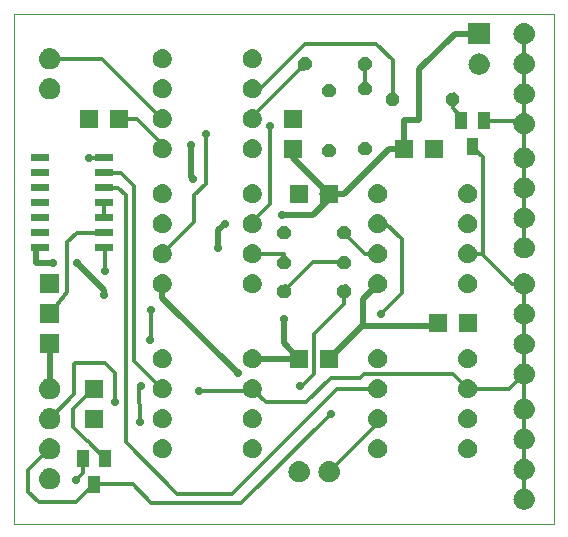
<source format=gtl>
G75*
G71*
%OFA0B0*%
%FSLAX23Y23*%
%IPPOS*%
%LPD*%
%ADD10C,0.1*%
%ADD11C,0.305*%
%ADD12C,0.508*%
%ADD13C,0.706*%
%LPD*%D10*
X0Y0D02*
X0Y100D01*
X0Y200D01*
X0Y300D01*
X0Y400D01*
X0Y500D01*
X0Y600D01*
X0Y700D01*
X0Y800D01*
X0Y900D01*
X0Y1000D01*
X0Y1099D01*
X0Y1199D01*
X0Y1299D01*
X0Y1399D01*
X0Y1499D01*
X0Y1599D01*
X0Y1699D01*
X0Y1799D01*
X0Y1899D01*
X0Y1999D01*
X0Y2099D01*
X0Y2199D01*
X0Y2299D01*
X0Y2399D01*
X0Y2499D01*
X0Y2599D01*
X0Y2699D01*
X0Y2799D01*
X0Y2899D01*
X0Y2999D01*
X0Y3099D01*
X0Y3198D01*
X0Y3298D01*
X0Y3398D01*
X0Y3498D01*
X0Y3598D01*
X0Y3698D01*
X0Y3798D01*
X0Y3898D01*
X0Y3998D01*
X0Y4098D01*
X0Y4198D01*
X0Y4298D01*
X0Y4398D01*
X0Y4498D01*
X0Y4598D01*
X0Y4698D01*
X0Y4798D01*
X0Y4898D01*
X0Y4998D01*
X0Y5098D01*
X0Y5198D01*
X0Y5298D01*
X0Y5397D01*
X0Y5497D01*
X0Y5597D01*
X0Y5697D01*
X0Y5797D01*
X0Y5897D01*
X0Y5997D01*
X0Y6097D01*
X0Y6197D01*
X0Y6297D01*
X0Y6397D01*
X0Y6497D01*
X0Y6597D01*
X0Y6697D01*
X0Y6797D01*
X0Y6897D01*
X0Y6997D01*
X0Y7097D01*
X0Y7197D01*
X0Y7297D01*
X0Y7397D01*
X0Y7496D01*
X0Y7596D01*
X0Y7696D01*
X0Y7796D01*
X0Y7896D01*
X0Y7996D01*
X0Y8096D01*
X0Y8196D01*
X0Y8296D01*
X0Y8396D01*
X0Y8496D01*
X0Y8596D01*
X0Y8696D01*
X0Y8796D01*
X0Y8896D01*
X0Y8996D01*
X0Y9096D01*
X0Y9196D01*
X0Y9296D01*
X0Y9396D01*
X0Y9496D01*
X0Y9596D01*
X0Y9695D01*
X0Y9795D01*
X0Y9895D01*
X0Y9995D01*
X0Y10095D01*
X0Y10195D01*
X0Y10295D01*
X0Y10395D01*
X0Y10495D01*
X0Y10595D01*
X0Y10695D01*
X0Y10795D01*
X0Y10895D01*
X0Y10995D01*
X0Y11095D01*
X0Y11195D01*
X0Y11295D01*
X0Y11395D01*
X0Y11495D01*
X0Y11595D01*
X0Y11695D01*
X0Y11794D01*
X0Y11894D01*
X0Y11994D01*
X0Y12094D01*
X0Y12194D01*
X0Y12294D01*
X0Y12394D01*
X0Y12494D01*
X0Y12594D01*
X0Y12694D01*
X0Y12794D01*
X0Y12894D01*
X0Y12994D01*
X0Y13094D01*
X0Y13194D01*
X0Y13294D01*
X0Y13394D01*
X0Y13494D01*
X0Y13594D01*
X0Y13694D01*
X0Y13794D01*
X0Y13894D01*
X0Y13993D01*
X0Y14093D01*
X0Y14193D01*
X0Y14293D01*
X0Y14393D01*
X0Y14493D01*
X0Y14593D01*
X0Y14693D01*
X0Y14793D01*
X0Y14893D01*
X0Y14993D01*
X0Y15093D01*
X0Y15193D01*
X0Y15293D01*
X0Y15393D01*
X0Y15493D01*
X0Y15593D01*
X0Y15693D01*
X0Y15793D01*
X0Y15893D01*
X0Y15993D01*
X0Y16092D01*
X0Y16192D01*
X0Y16292D01*
X0Y16392D01*
X0Y16492D01*
X0Y16592D01*
X0Y16692D01*
X0Y16792D01*
X0Y16892D01*
X0Y16992D01*
X0Y17092D01*
X0Y17192D01*
X0Y17292D01*
X0Y17392D01*
X0Y17492D01*
X0Y17592D01*
X0Y17692D01*
X0Y17792D01*
X0Y17892D01*
X0Y17992D01*
X0Y18092D01*
X0Y18191D01*
X0Y18291D01*
X0Y18391D01*
X0Y18491D01*
X0Y18591D01*
X0Y18691D01*
X0Y18791D01*
X0Y18891D01*
X0Y18991D01*
X0Y19091D01*
X0Y19191D01*
X0Y19291D01*
X0Y19391D01*
X0Y19491D01*
X0Y19591D01*
X0Y19691D01*
X0Y19791D01*
X0Y19891D01*
X0Y19991D01*
X0Y20091D01*
X0Y20191D01*
X0Y20291D01*
X0Y20390D01*
X0Y20490D01*
X0Y20590D01*
X0Y20690D01*
X0Y20790D01*
X0Y20890D01*
X0Y20990D01*
X0Y21090D01*
X0Y21190D01*
X0Y21290D01*
X0Y21390D01*
X0Y21490D01*
X0Y21590D01*
X0Y21690D01*
X0Y21790D01*
X0Y21890D01*
X0Y21990D01*
X0Y22090D01*
X0Y22190D01*
X0Y22290D01*
X0Y22390D01*
X0Y22489D01*
X0Y22589D01*
X0Y22689D01*
X0Y22789D01*
X0Y22889D01*
X0Y22989D01*
X0Y23089D01*
X0Y23189D01*
X0Y23289D01*
X0Y23389D01*
X0Y23489D01*
X0Y23589D01*
X0Y23689D01*
X0Y23789D01*
X0Y23889D01*
X0Y23989D01*
X0Y24089D01*
X0Y24189D01*
X0Y24289D01*
X0Y24389D01*
X0Y24489D01*
X0Y24589D01*
X0Y24688D01*
X0Y24788D01*
X0Y24888D01*
X0Y24988D01*
X0Y25088D01*
X0Y25188D01*
X0Y25288D01*
X0Y25388D01*
X0Y25488D01*
X0Y25588D01*
X0Y25688D01*
X0Y25788D01*
X0Y25888D01*
X0Y25988D01*
X0Y26088D01*
X0Y26188D01*
X0Y26288D01*
X0Y26388D01*
X0Y26488D01*
X0Y26588D01*
X0Y26688D01*
X0Y26787D01*
X0Y26887D01*
X0Y26987D01*
X0Y27087D01*
X0Y27187D01*
X0Y27287D01*
X0Y27387D01*
X0Y27487D01*
X0Y27587D01*
X0Y27687D01*
X0Y27787D01*
X0Y27887D01*
X0Y27987D01*
X0Y28087D01*
X0Y28187D01*
X0Y28287D01*
X0Y28387D01*
X0Y28487D01*
X0Y28587D01*
X0Y28687D01*
X0Y28787D01*
X0Y28887D01*
X0Y28986D01*
X0Y29086D01*
X0Y29186D01*
X0Y29286D01*
X0Y29386D01*
X0Y29486D01*
X0Y29586D01*
X0Y29686D01*
X0Y29786D01*
X0Y29886D01*
X0Y29986D01*
X0Y30086D01*
X0Y30186D01*
X0Y30286D01*
X0Y30386D01*
X0Y30486D01*
X0Y30586D01*
X0Y30686D01*
X0Y30786D01*
X0Y30886D01*
X0Y30986D01*
X0Y31085D01*
X0Y31185D01*
X0Y31285D01*
X0Y31385D01*
X0Y31485D01*
X0Y31585D01*
X0Y31685D01*
X0Y31785D01*
X0Y31885D01*
X0Y31985D01*
X0Y32085D01*
X0Y32185D01*
X0Y32285D01*
X0Y32385D01*
X0Y32485D01*
X0Y32585D01*
X0Y32685D01*
X0Y32785D01*
X0Y32885D01*
X0Y32985D01*
X0Y33085D01*
X0Y33185D01*
X0Y33284D01*
X0Y33384D01*
X0Y33484D01*
X0Y33584D01*
X0Y33684D01*
X0Y33784D01*
X0Y33884D01*
X0Y33984D01*
X0Y34084D01*
X0Y34184D01*
X0Y34284D01*
X0Y34384D01*
X0Y34484D01*
X0Y34584D01*
X0Y34684D01*
X0Y34784D01*
X0Y34884D01*
X0Y34984D01*
X0Y35084D01*
X0Y35184D01*
X0Y35284D01*
X0Y35384D01*
X0Y35483D01*
X0Y35583D01*
X0Y35683D01*
X0Y35783D01*
X0Y35883D01*
X0Y35983D01*
X0Y36083D01*
X0Y36183D01*
X0Y36283D01*
X0Y36383D01*
X0Y36483D01*
X0Y36583D01*
X0Y36683D01*
X0Y36783D01*
X0Y36883D01*
X0Y36983D01*
X0Y37083D01*
X0Y37183D01*
X0Y37283D01*
X0Y37383D01*
X0Y37483D01*
X0Y37582D01*
X0Y37682D01*
X0Y37782D01*
X0Y37882D01*
X0Y37982D01*
X0Y38082D01*
X0Y38182D01*
X0Y38282D01*
X0Y38382D01*
X0Y38482D01*
X0Y38582D01*
X0Y38682D01*
X0Y38782D01*
X0Y38882D01*
X0Y38982D01*
X0Y39082D01*
X0Y39182D01*
X0Y39282D01*
X0Y39382D01*
X0Y39482D01*
X0Y39582D01*
X0Y39682D01*
X0Y39781D01*
X0Y39881D01*
X0Y39981D01*
X0Y40081D01*
X0Y40181D01*
X0Y40281D01*
X0Y40381D01*
X0Y40481D01*
X0Y40581D01*
X0Y40681D01*
X0Y40781D01*
X0Y40881D01*
X0Y40981D01*
X0Y41081D01*
X0Y41181D01*
X0Y41281D01*
X0Y41381D01*
X0Y41481D01*
X0Y41581D01*
X0Y41681D01*
X0Y41781D01*
X0Y41881D01*
X0Y41980D01*
X0Y42080D01*
X0Y42180D01*
X0Y42280D01*
X0Y42380D01*
X0Y42480D01*
X0Y42580D01*
X0Y42680D01*
X0Y42780D01*
X0Y42880D01*
X0Y42980D01*
X0Y43080D01*
X0Y43180D01*
X100Y43180D01*
X200Y43180D01*
X299Y43180D01*
X399Y43180D01*
X499Y43180D01*
X599Y43180D01*
X699Y43180D01*
X799Y43180D01*
X898Y43180D01*
X998Y43180D01*
X1098Y43180D01*
X1198Y43180D01*
X1298Y43180D01*
X1398Y43180D01*
X1497Y43180D01*
X1597Y43180D01*
X1697Y43180D01*
X1797Y43180D01*
X1897Y43180D01*
X1996Y43180D01*
X2096Y43180D01*
X2196Y43180D01*
X2296Y43180D01*
X2396Y43180D01*
X2496Y43180D01*
X2595Y43180D01*
X2695Y43180D01*
X2795Y43180D01*
X2895Y43180D01*
X2995Y43180D01*
X3095Y43180D01*
X3194Y43180D01*
X3294Y43180D01*
X3394Y43180D01*
X3494Y43180D01*
X3594Y43180D01*
X3694Y43180D01*
X3793Y43180D01*
X3893Y43180D01*
X3993Y43180D01*
X4093Y43180D01*
X4193Y43180D01*
X4292Y43180D01*
X4392Y43180D01*
X4492Y43180D01*
X4592Y43180D01*
X4692Y43180D01*
X4792Y43180D01*
X4891Y43180D01*
X4991Y43180D01*
X5091Y43180D01*
X5191Y43180D01*
X5291Y43180D01*
X5391Y43180D01*
X5490Y43180D01*
X5590Y43180D01*
X5690Y43180D01*
X5790Y43180D01*
X5890Y43180D01*
X5989Y43180D01*
X6089Y43180D01*
X6189Y43180D01*
X6289Y43180D01*
X6389Y43180D01*
X6489Y43180D01*
X6588Y43180D01*
X6688Y43180D01*
X6788Y43180D01*
X6888Y43180D01*
X6988Y43180D01*
X7088Y43180D01*
X7187Y43180D01*
X7287Y43180D01*
X7387Y43180D01*
X7487Y43180D01*
X7587Y43180D01*
X7687Y43180D01*
X7786Y43180D01*
X7886Y43180D01*
X7986Y43180D01*
X8086Y43180D01*
X8186Y43180D01*
X8285Y43180D01*
X8385Y43180D01*
X8485Y43180D01*
X8585Y43180D01*
X8685Y43180D01*
X8785Y43180D01*
X8884Y43180D01*
X8984Y43180D01*
X9084Y43180D01*
X9184Y43180D01*
X9284Y43180D01*
X9384Y43180D01*
X9483Y43180D01*
X9583Y43180D01*
X9683Y43180D01*
X9783Y43180D01*
X9883Y43180D01*
X9982Y43180D01*
X10082Y43180D01*
X10182Y43180D01*
X10282Y43180D01*
X10382Y43180D01*
X10482Y43180D01*
X10581Y43180D01*
X10681Y43180D01*
X10781Y43180D01*
X10881Y43180D01*
X10981Y43180D01*
X11081Y43180D01*
X11180Y43180D01*
X11280Y43180D01*
X11380Y43180D01*
X11480Y43180D01*
X11580Y43180D01*
X11680Y43180D01*
X11779Y43180D01*
X11879Y43180D01*
X11979Y43180D01*
X12079Y43180D01*
X12179Y43180D01*
X12278Y43180D01*
X12378Y43180D01*
X12478Y43180D01*
X12578Y43180D01*
X12678Y43180D01*
X12778Y43180D01*
X12877Y43180D01*
X12977Y43180D01*
X13077Y43180D01*
X13177Y43180D01*
X13277Y43180D01*
X13377Y43180D01*
X13476Y43180D01*
X13576Y43180D01*
X13676Y43180D01*
X13776Y43180D01*
X13876Y43180D01*
X13975Y43180D01*
X14075Y43180D01*
X14175Y43180D01*
X14275Y43180D01*
X14375Y43180D01*
X14475Y43180D01*
X14574Y43180D01*
X14674Y43180D01*
X14774Y43180D01*
X14874Y43180D01*
X14974Y43180D01*
X15074Y43180D01*
X15173Y43180D01*
X15273Y43180D01*
X15373Y43180D01*
X15473Y43180D01*
X15573Y43180D01*
X15672Y43180D01*
X15772Y43180D01*
X15872Y43180D01*
X15972Y43180D01*
X16072Y43180D01*
X16172Y43180D01*
X16271Y43180D01*
X16371Y43180D01*
X16471Y43180D01*
X16571Y43180D01*
X16671Y43180D01*
X16771Y43180D01*
X16870Y43180D01*
X16970Y43180D01*
X17070Y43180D01*
X17170Y43180D01*
X17270Y43180D01*
X17370Y43180D01*
X17469Y43180D01*
X17569Y43180D01*
X17669Y43180D01*
X17769Y43180D01*
X17869Y43180D01*
X17968Y43180D01*
X18068Y43180D01*
X18168Y43180D01*
X18268Y43180D01*
X18368Y43180D01*
X18468Y43180D01*
X18567Y43180D01*
X18667Y43180D01*
X18767Y43180D01*
X18867Y43180D01*
X18967Y43180D01*
X19067Y43180D01*
X19166Y43180D01*
X19266Y43180D01*
X19366Y43180D01*
X19466Y43180D01*
X19566Y43180D01*
X19665Y43180D01*
X19765Y43180D01*
X19865Y43180D01*
X19965Y43180D01*
X20065Y43180D01*
X20165Y43180D01*
X20264Y43180D01*
X20364Y43180D01*
X20464Y43180D01*
X20564Y43180D01*
X20664Y43180D01*
X20764Y43180D01*
X20863Y43180D01*
X20963Y43180D01*
X21063Y43180D01*
X21163Y43180D01*
X21263Y43180D01*
X21363Y43180D01*
X21462Y43180D01*
X21562Y43180D01*
X21662Y43180D01*
X21762Y43180D01*
X21862Y43180D01*
X21961Y43180D01*
X22061Y43180D01*
X22161Y43180D01*
X22261Y43180D01*
X22361Y43180D01*
X22461Y43180D01*
X22560Y43180D01*
X22660Y43180D01*
X22760Y43180D01*
X22860Y43180D01*
X22960Y43180D01*
X23060Y43180D01*
X23159Y43180D01*
X23259Y43180D01*
X23359Y43180D01*
X23459Y43180D01*
X23559Y43180D01*
X23659Y43180D01*
X23758Y43180D01*
X23858Y43180D01*
X23958Y43180D01*
X24058Y43180D01*
X24158Y43180D01*
X24257Y43180D01*
X24357Y43180D01*
X24457Y43180D01*
X24557Y43180D01*
X24657Y43180D01*
X24757Y43180D01*
X24856Y43180D01*
X24956Y43180D01*
X25056Y43180D01*
X25156Y43180D01*
X25256Y43180D01*
X25356Y43180D01*
X25455Y43180D01*
X25555Y43180D01*
X25655Y43180D01*
X25755Y43180D01*
X25855Y43180D01*
X25954Y43180D01*
X26054Y43180D01*
X26154Y43180D01*
X26254Y43180D01*
X26354Y43180D01*
X26454Y43180D01*
X26553Y43180D01*
X26653Y43180D01*
X26753Y43180D01*
X26853Y43180D01*
X26953Y43180D01*
X27053Y43180D01*
X27152Y43180D01*
X27252Y43180D01*
X27352Y43180D01*
X27452Y43180D01*
X27552Y43180D01*
X27651Y43180D01*
X27751Y43180D01*
X27851Y43180D01*
X27951Y43180D01*
X28051Y43180D01*
X28151Y43180D01*
X28250Y43180D01*
X28350Y43180D01*
X28450Y43180D01*
X28550Y43180D01*
X28650Y43180D01*
X28750Y43180D01*
X28849Y43180D01*
X28949Y43180D01*
X29049Y43180D01*
X29149Y43180D01*
X29249Y43180D01*
X29349Y43180D01*
X29448Y43180D01*
X29548Y43180D01*
X29648Y43180D01*
X29748Y43180D01*
X29848Y43180D01*
X29947Y43180D01*
X30047Y43180D01*
X30147Y43180D01*
X30247Y43180D01*
X30347Y43180D01*
X30447Y43180D01*
X30546Y43180D01*
X30646Y43180D01*
X30746Y43180D01*
X30846Y43180D01*
X30946Y43180D01*
X31046Y43180D01*
X31145Y43180D01*
X31245Y43180D01*
X31345Y43180D01*
X31445Y43180D01*
X31545Y43180D01*
X31645Y43180D01*
X31744Y43180D01*
X31844Y43180D01*
X31944Y43180D01*
X32044Y43180D01*
X32144Y43180D01*
X32243Y43180D01*
X32343Y43180D01*
X32443Y43180D01*
X32543Y43180D01*
X32643Y43180D01*
X32743Y43180D01*
X32842Y43180D01*
X32942Y43180D01*
X33042Y43180D01*
X33142Y43180D01*
X33242Y43180D01*
X33342Y43180D01*
X33441Y43180D01*
X33541Y43180D01*
X33641Y43180D01*
X33741Y43180D01*
X33841Y43180D01*
X33940Y43180D01*
X34040Y43180D01*
X34140Y43180D01*
X34240Y43180D01*
X34340Y43180D01*
X34440Y43180D01*
X34539Y43180D01*
X34639Y43180D01*
X34739Y43180D01*
X34839Y43180D01*
X34939Y43180D01*
X35039Y43180D01*
X35138Y43180D01*
X35238Y43180D01*
X35338Y43180D01*
X35438Y43180D01*
X35538Y43180D01*
X35638Y43180D01*
X35737Y43180D01*
X35837Y43180D01*
X35937Y43180D01*
X36037Y43180D01*
X36137Y43180D01*
X36236Y43180D01*
X36336Y43180D01*
X36436Y43180D01*
X36536Y43180D01*
X36636Y43180D01*
X36736Y43180D01*
X36835Y43180D01*
X36935Y43180D01*
X37035Y43180D01*
X37135Y43180D01*
X37235Y43180D01*
X37335Y43180D01*
X37434Y43180D01*
X37534Y43180D01*
X37634Y43180D01*
X37734Y43180D01*
X37834Y43180D01*
X37934Y43180D01*
X38033Y43180D01*
X38133Y43180D01*
X38233Y43180D01*
X38333Y43180D01*
X38433Y43180D01*
X38532Y43180D01*
X38632Y43180D01*
X38732Y43180D01*
X38832Y43180D01*
X38932Y43180D01*
X39032Y43180D01*
X39131Y43180D01*
X39231Y43180D01*
X39331Y43180D01*
X39431Y43180D01*
X39531Y43180D01*
X39631Y43180D01*
X39730Y43180D01*
X39830Y43180D01*
X39930Y43180D01*
X40030Y43180D01*
X40130Y43180D01*
X40230Y43180D01*
X40329Y43180D01*
X40429Y43180D01*
X40529Y43180D01*
X40629Y43180D01*
X40729Y43180D01*
X40828Y43180D01*
X40928Y43180D01*
X41028Y43180D01*
X41128Y43180D01*
X41228Y43180D01*
X41328Y43180D01*
X41427Y43180D01*
X41527Y43180D01*
X41627Y43180D01*
X41727Y43180D01*
X41827Y43180D01*
X41927Y43180D01*
X42026Y43180D01*
X42126Y43180D01*
X42226Y43180D01*
X42326Y43180D01*
X42426Y43180D01*
X42525Y43180D01*
X42625Y43180D01*
X42725Y43180D01*
X42825Y43180D01*
X42925Y43180D01*
X43025Y43180D01*
X43124Y43180D01*
X43224Y43180D01*
X43324Y43180D01*
X43424Y43180D01*
X43524Y43180D01*
X43624Y43180D01*
X43723Y43180D01*
X43823Y43180D01*
X43923Y43180D01*
X44023Y43180D01*
X44123Y43180D01*
X44223Y43180D01*
X44322Y43180D01*
X44422Y43180D01*
X44522Y43180D01*
X44622Y43180D01*
X44722Y43180D01*
X44822Y43180D01*
X44921Y43180D01*
X45021Y43180D01*
X45121Y43180D01*
X45221Y43180D01*
X45321Y43180D01*
X45420Y43180D01*
X45520Y43180D01*
X45620Y43180D01*
X45720Y43180D01*
X45720Y43080D01*
X45720Y42980D01*
X45720Y42880D01*
X45720Y42780D01*
X45720Y42680D01*
X45720Y42580D01*
X45720Y42480D01*
X45720Y42380D01*
X45720Y42280D01*
X45720Y42180D01*
X45720Y42081D01*
X45720Y41981D01*
X45720Y41881D01*
X45720Y41781D01*
X45720Y41681D01*
X45720Y41581D01*
X45720Y41481D01*
X45720Y41381D01*
X45720Y41281D01*
X45720Y41181D01*
X45720Y41081D01*
X45720Y40981D01*
X45720Y40881D01*
X45720Y40781D01*
X45720Y40681D01*
X45720Y40581D01*
X45720Y40481D01*
X45720Y40381D01*
X45720Y40281D01*
X45720Y40181D01*
X45720Y40081D01*
X45720Y39982D01*
X45720Y39882D01*
X45720Y39782D01*
X45720Y39682D01*
X45720Y39582D01*
X45720Y39482D01*
X45720Y39382D01*
X45720Y39282D01*
X45720Y39182D01*
X45720Y39082D01*
X45720Y38982D01*
X45720Y38882D01*
X45720Y38782D01*
X45720Y38682D01*
X45720Y38582D01*
X45720Y38482D01*
X45720Y38382D01*
X45720Y38282D01*
X45720Y38182D01*
X45720Y38082D01*
X45720Y37982D01*
X45720Y37882D01*
X45720Y37783D01*
X45720Y37683D01*
X45720Y37583D01*
X45720Y37483D01*
X45720Y37383D01*
X45720Y37283D01*
X45720Y37183D01*
X45720Y37083D01*
X45720Y36983D01*
X45720Y36883D01*
X45720Y36783D01*
X45720Y36683D01*
X45720Y36583D01*
X45720Y36483D01*
X45720Y36383D01*
X45720Y36283D01*
X45720Y36183D01*
X45720Y36083D01*
X45720Y35983D01*
X45720Y35883D01*
X45720Y35783D01*
X45720Y35684D01*
X45720Y35584D01*
X45720Y35484D01*
X45720Y35384D01*
X45720Y35284D01*
X45720Y35184D01*
X45720Y35084D01*
X45720Y34984D01*
X45720Y34884D01*
X45720Y34784D01*
X45720Y34684D01*
X45720Y34584D01*
X45720Y34484D01*
X45720Y34384D01*
X45720Y34284D01*
X45720Y34184D01*
X45720Y34084D01*
X45720Y33984D01*
X45720Y33884D01*
X45720Y33784D01*
X45720Y33684D01*
X45720Y33584D01*
X45720Y33485D01*
X45720Y33385D01*
X45720Y33285D01*
X45720Y33185D01*
X45720Y33085D01*
X45720Y32985D01*
X45720Y32885D01*
X45720Y32785D01*
X45720Y32685D01*
X45720Y32585D01*
X45720Y32485D01*
X45720Y32385D01*
X45720Y32285D01*
X45720Y32185D01*
X45720Y32085D01*
X45720Y31985D01*
X45720Y31885D01*
X45720Y31785D01*
X45720Y31685D01*
X45720Y31585D01*
X45720Y31485D01*
X45720Y31386D01*
X45720Y31286D01*
X45720Y31186D01*
X45720Y31086D01*
X45720Y30986D01*
X45720Y30886D01*
X45720Y30786D01*
X45720Y30686D01*
X45720Y30586D01*
X45720Y30486D01*
X45720Y30386D01*
X45720Y30286D01*
X45720Y30186D01*
X45720Y30086D01*
X45720Y29986D01*
X45720Y29886D01*
X45720Y29786D01*
X45720Y29686D01*
X45720Y29586D01*
X45720Y29486D01*
X45720Y29386D01*
X45720Y29286D01*
X45720Y29187D01*
X45720Y29087D01*
X45720Y28987D01*
X45720Y28887D01*
X45720Y28787D01*
X45720Y28687D01*
X45720Y28587D01*
X45720Y28487D01*
X45720Y28387D01*
X45720Y28287D01*
X45720Y28187D01*
X45720Y28087D01*
X45720Y27987D01*
X45720Y27887D01*
X45720Y27787D01*
X45720Y27687D01*
X45720Y27587D01*
X45720Y27487D01*
X45720Y27387D01*
X45720Y27287D01*
X45720Y27187D01*
X45720Y27088D01*
X45720Y26988D01*
X45720Y26888D01*
X45720Y26788D01*
X45720Y26688D01*
X45720Y26588D01*
X45720Y26488D01*
X45720Y26388D01*
X45720Y26288D01*
X45720Y26188D01*
X45720Y26088D01*
X45720Y25988D01*
X45720Y25888D01*
X45720Y25788D01*
X45720Y25688D01*
X45720Y25588D01*
X45720Y25488D01*
X45720Y25388D01*
X45720Y25288D01*
X45720Y25188D01*
X45720Y25088D01*
X45720Y24989D01*
X45720Y24889D01*
X45720Y24789D01*
X45720Y24689D01*
X45720Y24589D01*
X45720Y24489D01*
X45720Y24389D01*
X45720Y24289D01*
X45720Y24189D01*
X45720Y24089D01*
X45720Y23989D01*
X45720Y23889D01*
X45720Y23789D01*
X45720Y23689D01*
X45720Y23589D01*
X45720Y23489D01*
X45720Y23389D01*
X45720Y23289D01*
X45720Y23189D01*
X45720Y23089D01*
X45720Y22989D01*
X45720Y22889D01*
X45720Y22790D01*
X45720Y22690D01*
X45720Y22590D01*
X45720Y22490D01*
X45720Y22390D01*
X45720Y22290D01*
X45720Y22190D01*
X45720Y22090D01*
X45720Y21990D01*
X45720Y21890D01*
X45720Y21790D01*
X45720Y21690D01*
X45720Y21590D01*
X45720Y21490D01*
X45720Y21390D01*
X45720Y21290D01*
X45720Y21190D01*
X45720Y21090D01*
X45720Y20990D01*
X45720Y20890D01*
X45720Y20790D01*
X45720Y20691D01*
X45720Y20591D01*
X45720Y20491D01*
X45720Y20391D01*
X45720Y20291D01*
X45720Y20191D01*
X45720Y20091D01*
X45720Y19991D01*
X45720Y19891D01*
X45720Y19791D01*
X45720Y19691D01*
X45720Y19591D01*
X45720Y19491D01*
X45720Y19391D01*
X45720Y19291D01*
X45720Y19191D01*
X45720Y19091D01*
X45720Y18991D01*
X45720Y18891D01*
X45720Y18791D01*
X45720Y18691D01*
X45720Y18591D01*
X45720Y18492D01*
X45720Y18392D01*
X45720Y18292D01*
X45720Y18192D01*
X45720Y18092D01*
X45720Y17992D01*
X45720Y17892D01*
X45720Y17792D01*
X45720Y17692D01*
X45720Y17592D01*
X45720Y17492D01*
X45720Y17392D01*
X45720Y17292D01*
X45720Y17192D01*
X45720Y17092D01*
X45720Y16992D01*
X45720Y16892D01*
X45720Y16792D01*
X45720Y16692D01*
X45720Y16592D01*
X45720Y16492D01*
X45720Y16393D01*
X45720Y16293D01*
X45720Y16193D01*
X45720Y16093D01*
X45720Y15993D01*
X45720Y15893D01*
X45720Y15793D01*
X45720Y15693D01*
X45720Y15593D01*
X45720Y15493D01*
X45720Y15393D01*
X45720Y15293D01*
X45720Y15193D01*
X45720Y15093D01*
X45720Y14993D01*
X45720Y14893D01*
X45720Y14793D01*
X45720Y14693D01*
X45720Y14593D01*
X45720Y14493D01*
X45720Y14393D01*
X45720Y14293D01*
X45720Y14194D01*
X45720Y14094D01*
X45720Y13994D01*
X45720Y13894D01*
X45720Y13794D01*
X45720Y13694D01*
X45720Y13594D01*
X45720Y13494D01*
X45720Y13394D01*
X45720Y13294D01*
X45720Y13194D01*
X45720Y13094D01*
X45720Y12994D01*
X45720Y12894D01*
X45720Y12794D01*
X45720Y12694D01*
X45720Y12594D01*
X45720Y12494D01*
X45720Y12394D01*
X45720Y12294D01*
X45720Y12194D01*
X45720Y12095D01*
X45720Y11995D01*
X45720Y11895D01*
X45720Y11795D01*
X45720Y11695D01*
X45720Y11595D01*
X45720Y11495D01*
X45720Y11395D01*
X45720Y11295D01*
X45720Y11195D01*
X45720Y11095D01*
X45720Y10995D01*
X45720Y10895D01*
X45720Y10795D01*
X45720Y10695D01*
X45720Y10595D01*
X45720Y10495D01*
X45720Y10395D01*
X45720Y10295D01*
X45720Y10195D01*
X45720Y10095D01*
X45720Y9995D01*
X45720Y9896D01*
X45720Y9796D01*
X45720Y9696D01*
X45720Y9596D01*
X45720Y9496D01*
X45720Y9396D01*
X45720Y9296D01*
X45720Y9196D01*
X45720Y9096D01*
X45720Y8996D01*
X45720Y8896D01*
X45720Y8796D01*
X45720Y8696D01*
X45720Y8596D01*
X45720Y8496D01*
X45720Y8396D01*
X45720Y8296D01*
X45720Y8196D01*
X45720Y8096D01*
X45720Y7996D01*
X45720Y7896D01*
X45720Y7796D01*
X45720Y7697D01*
X45720Y7597D01*
X45720Y7497D01*
X45720Y7397D01*
X45720Y7297D01*
X45720Y7197D01*
X45720Y7097D01*
X45720Y6997D01*
X45720Y6897D01*
X45720Y6797D01*
X45720Y6697D01*
X45720Y6597D01*
X45720Y6497D01*
X45720Y6397D01*
X45720Y6297D01*
X45720Y6197D01*
X45720Y6097D01*
X45720Y5997D01*
X45720Y5897D01*
X45720Y5797D01*
X45720Y5697D01*
X45720Y5598D01*
X45720Y5498D01*
X45720Y5398D01*
X45720Y5298D01*
X45720Y5198D01*
X45720Y5098D01*
X45720Y4998D01*
X45720Y4898D01*
X45720Y4798D01*
X45720Y4698D01*
X45720Y4598D01*
X45720Y4498D01*
X45720Y4398D01*
X45720Y4298D01*
X45720Y4198D01*
X45720Y4098D01*
X45720Y3998D01*
X45720Y3898D01*
X45720Y3798D01*
X45720Y3698D01*
X45720Y3598D01*
X45720Y3498D01*
X45720Y3399D01*
X45720Y3299D01*
X45720Y3199D01*
X45720Y3099D01*
X45720Y2999D01*
X45720Y2899D01*
X45720Y2799D01*
X45720Y2699D01*
X45720Y2599D01*
X45720Y2499D01*
X45720Y2399D01*
X45720Y2299D01*
X45720Y2199D01*
X45720Y2099D01*
X45720Y1999D01*
X45720Y1899D01*
X45720Y1799D01*
X45720Y1699D01*
X45720Y1599D01*
X45720Y1499D01*
X45720Y1399D01*
X45720Y1299D01*
X45720Y1200D01*
X45720Y1100D01*
X45720Y1000D01*
X45720Y900D01*
X45720Y800D01*
X45720Y700D01*
X45720Y600D01*
X45720Y500D01*
X45720Y400D01*
X45720Y300D01*
X45720Y200D01*
X45720Y100D01*
X45720Y0D01*
X45620Y0D01*
X45520Y0D01*
X45421Y0D01*
X45321Y0D01*
X45221Y0D01*
X45121Y0D01*
X45021Y0D01*
X44921Y0D01*
X44822Y0D01*
X44722Y0D01*
X44622Y0D01*
X44522Y0D01*
X44422Y0D01*
X44322Y0D01*
X44223Y0D01*
X44123Y0D01*
X44023Y0D01*
X43923Y0D01*
X43823Y0D01*
X43724Y0D01*
X43624Y0D01*
X43524Y0D01*
X43424Y0D01*
X43324Y0D01*
X43224Y0D01*
X43125Y0D01*
X43025Y0D01*
X42925Y0D01*
X42825Y0D01*
X42725Y0D01*
X42625Y0D01*
X42526Y0D01*
X42426Y0D01*
X42326Y0D01*
X42226Y0D01*
X42126Y0D01*
X42026Y0D01*
X41927Y0D01*
X41827Y0D01*
X41727Y0D01*
X41627Y0D01*
X41527Y0D01*
X41428Y0D01*
X41328Y0D01*
X41228Y0D01*
X41128Y0D01*
X41028Y0D01*
X40928Y0D01*
X40829Y0D01*
X40729Y0D01*
X40629Y0D01*
X40529Y0D01*
X40429Y0D01*
X40329Y0D01*
X40230Y0D01*
X40130Y0D01*
X40030Y0D01*
X39930Y0D01*
X39830Y0D01*
X39731Y0D01*
X39631Y0D01*
X39531Y0D01*
X39431Y0D01*
X39331Y0D01*
X39231Y0D01*
X39132Y0D01*
X39032Y0D01*
X38932Y0D01*
X38832Y0D01*
X38732Y0D01*
X38632Y0D01*
X38533Y0D01*
X38433Y0D01*
X38333Y0D01*
X38233Y0D01*
X38133Y0D01*
X38033Y0D01*
X37934Y0D01*
X37834Y0D01*
X37734Y0D01*
X37634Y0D01*
X37534Y0D01*
X37435Y0D01*
X37335Y0D01*
X37235Y0D01*
X37135Y0D01*
X37035Y0D01*
X36935Y0D01*
X36836Y0D01*
X36736Y0D01*
X36636Y0D01*
X36536Y0D01*
X36436Y0D01*
X36336Y0D01*
X36237Y0D01*
X36137Y0D01*
X36037Y0D01*
X35937Y0D01*
X35837Y0D01*
X35738Y0D01*
X35638Y0D01*
X35538Y0D01*
X35438Y0D01*
X35338Y0D01*
X35238Y0D01*
X35139Y0D01*
X35039Y0D01*
X34939Y0D01*
X34839Y0D01*
X34739Y0D01*
X34639Y0D01*
X34540Y0D01*
X34440Y0D01*
X34340Y0D01*
X34240Y0D01*
X34140Y0D01*
X34040Y0D01*
X33941Y0D01*
X33841Y0D01*
X33741Y0D01*
X33641Y0D01*
X33541Y0D01*
X33442Y0D01*
X33342Y0D01*
X33242Y0D01*
X33142Y0D01*
X33042Y0D01*
X32942Y0D01*
X32843Y0D01*
X32743Y0D01*
X32643Y0D01*
X32543Y0D01*
X32443Y0D01*
X32343Y0D01*
X32244Y0D01*
X32144Y0D01*
X32044Y0D01*
X31944Y0D01*
X31844Y0D01*
X31745Y0D01*
X31645Y0D01*
X31545Y0D01*
X31445Y0D01*
X31345Y0D01*
X31245Y0D01*
X31146Y0D01*
X31046Y0D01*
X30946Y0D01*
X30846Y0D01*
X30746Y0D01*
X30646Y0D01*
X30547Y0D01*
X30447Y0D01*
X30347Y0D01*
X30247Y0D01*
X30147Y0D01*
X30048Y0D01*
X29948Y0D01*
X29848Y0D01*
X29748Y0D01*
X29648Y0D01*
X29548Y0D01*
X29449Y0D01*
X29349Y0D01*
X29249Y0D01*
X29149Y0D01*
X29049Y0D01*
X28949Y0D01*
X28850Y0D01*
X28750Y0D01*
X28650Y0D01*
X28550Y0D01*
X28450Y0D01*
X28350Y0D01*
X28251Y0D01*
X28151Y0D01*
X28051Y0D01*
X27951Y0D01*
X27851Y0D01*
X27752Y0D01*
X27652Y0D01*
X27552Y0D01*
X27452Y0D01*
X27352Y0D01*
X27252Y0D01*
X27153Y0D01*
X27053Y0D01*
X26953Y0D01*
X26853Y0D01*
X26753Y0D01*
X26653Y0D01*
X26554Y0D01*
X26454Y0D01*
X26354Y0D01*
X26254Y0D01*
X26154Y0D01*
X26055Y0D01*
X25955Y0D01*
X25855Y0D01*
X25755Y0D01*
X25655Y0D01*
X25555Y0D01*
X25456Y0D01*
X25356Y0D01*
X25256Y0D01*
X25156Y0D01*
X25056Y0D01*
X24956Y0D01*
X24857Y0D01*
X24757Y0D01*
X24657Y0D01*
X24557Y0D01*
X24457Y0D01*
X24357Y0D01*
X24258Y0D01*
X24158Y0D01*
X24058Y0D01*
X23958Y0D01*
X23858Y0D01*
X23759Y0D01*
X23659Y0D01*
X23559Y0D01*
X23459Y0D01*
X23359Y0D01*
X23259Y0D01*
X23160Y0D01*
X23060Y0D01*
X22960Y0D01*
X22860Y0D01*
X22760Y0D01*
X22660Y0D01*
X22561Y0D01*
X22461Y0D01*
X22361Y0D01*
X22261Y0D01*
X22161Y0D01*
X22061Y0D01*
X21962Y0D01*
X21862Y0D01*
X21762Y0D01*
X21662Y0D01*
X21562Y0D01*
X21463Y0D01*
X21363Y0D01*
X21263Y0D01*
X21163Y0D01*
X21063Y0D01*
X20963Y0D01*
X20864Y0D01*
X20764Y0D01*
X20664Y0D01*
X20564Y0D01*
X20464Y0D01*
X20364Y0D01*
X20265Y0D01*
X20165Y0D01*
X20065Y0D01*
X19965Y0D01*
X19865Y0D01*
X19766Y0D01*
X19666Y0D01*
X19566Y0D01*
X19466Y0D01*
X19366Y0D01*
X19266Y0D01*
X19167Y0D01*
X19067Y0D01*
X18967Y0D01*
X18867Y0D01*
X18767Y0D01*
X18667Y0D01*
X18568Y0D01*
X18468Y0D01*
X18368Y0D01*
X18268Y0D01*
X18168Y0D01*
X18069Y0D01*
X17969Y0D01*
X17869Y0D01*
X17769Y0D01*
X17669Y0D01*
X17569Y0D01*
X17470Y0D01*
X17370Y0D01*
X17270Y0D01*
X17170Y0D01*
X17070Y0D01*
X16970Y0D01*
X16871Y0D01*
X16771Y0D01*
X16671Y0D01*
X16571Y0D01*
X16471Y0D01*
X16371Y0D01*
X16272Y0D01*
X16172Y0D01*
X16072Y0D01*
X15972Y0D01*
X15872Y0D01*
X15773Y0D01*
X15673Y0D01*
X15573Y0D01*
X15473Y0D01*
X15373Y0D01*
X15273Y0D01*
X15174Y0D01*
X15074Y0D01*
X14974Y0D01*
X14874Y0D01*
X14774Y0D01*
X14674Y0D01*
X14575Y0D01*
X14475Y0D01*
X14375Y0D01*
X14275Y0D01*
X14175Y0D01*
X14075Y0D01*
X13976Y0D01*
X13876Y0D01*
X13776Y0D01*
X13676Y0D01*
X13576Y0D01*
X13477Y0D01*
X13377Y0D01*
X13277Y0D01*
X13177Y0D01*
X13077Y0D01*
X12977Y0D01*
X12878Y0D01*
X12778Y0D01*
X12678Y0D01*
X12578Y0D01*
X12478Y0D01*
X12378Y0D01*
X12279Y0D01*
X12179Y0D01*
X12079Y0D01*
X11979Y0D01*
X11879Y0D01*
X11780Y0D01*
X11680Y0D01*
X11580Y0D01*
X11480Y0D01*
X11380Y0D01*
X11280Y0D01*
X11181Y0D01*
X11081Y0D01*
X10981Y0D01*
X10881Y0D01*
X10781Y0D01*
X10681Y0D01*
X10582Y0D01*
X10482Y0D01*
X10382Y0D01*
X10282Y0D01*
X10182Y0D01*
X10082Y0D01*
X9983Y0D01*
X9883Y0D01*
X9783Y0D01*
X9683Y0D01*
X9583Y0D01*
X9484Y0D01*
X9384Y0D01*
X9284Y0D01*
X9184Y0D01*
X9084Y0D01*
X8984Y0D01*
X8885Y0D01*
X8785Y0D01*
X8685Y0D01*
X8585Y0D01*
X8485Y0D01*
X8385Y0D01*
X8286Y0D01*
X8186Y0D01*
X8086Y0D01*
X7986Y0D01*
X7886Y0D01*
X7786Y0D01*
X7687Y0D01*
X7587Y0D01*
X7487Y0D01*
X7387Y0D01*
X7287Y0D01*
X7188Y0D01*
X7088Y0D01*
X6988Y0D01*
X6888Y0D01*
X6788Y0D01*
X6688Y0D01*
X6589Y0D01*
X6489Y0D01*
X6389Y0D01*
X6289Y0D01*
X6189Y0D01*
X6089Y0D01*
X5990Y0D01*
X5890Y0D01*
X5790Y0D01*
X5690Y0D01*
X5590Y0D01*
X5490Y0D01*
X5391Y0D01*
X5291Y0D01*
X5191Y0D01*
X5091Y0D01*
X4991Y0D01*
X4892Y0D01*
X4792Y0D01*
X4692Y0D01*
X4592Y0D01*
X4492Y0D01*
X4392Y0D01*
X4293Y0D01*
X4193Y0D01*
X4093Y0D01*
X3993Y0D01*
X3893Y0D01*
X3793Y0D01*
X3694Y0D01*
X3594Y0D01*
X3494Y0D01*
X3394Y0D01*
X3294Y0D01*
X3195Y0D01*
X3095Y0D01*
X2995Y0D01*
X2895Y0D01*
X2795Y0D01*
X2695Y0D01*
X2596Y0D01*
X2496Y0D01*
X2396Y0D01*
X2296Y0D01*
X2196Y0D01*
X2096Y0D01*
X1997Y0D01*
X1897Y0D01*
X1797Y0D01*
X1697Y0D01*
X1597Y0D01*
X1497Y0D01*
X1398Y0D01*
X1298Y0D01*
X1198Y0D01*
X1098Y0D01*
X998Y0D01*
X898Y0D01*
X799Y0D01*
X699Y0D01*
X599Y0D01*
X499Y0D01*
X399Y0D01*
X300Y0D01*
X200Y0D01*
X100Y0D01*
X0Y0D01*
X0Y0D01*
D11*
X10372Y34290D02*
X8890Y34290D01*
D11*
X12540Y32122D02*
X10372Y34290D01*
D11*
X12540Y31750D02*
X12540Y32122D01*
D12*
X12540Y19106D02*
X12540Y20320D01*
D12*
X18918Y12728D02*
X12540Y19106D01*
D12*
X26670Y13970D02*
X26670Y13970D01*
D12*
X1833Y23369D02*
X2220Y23369D01*
D12*
X1833Y23369D02*
X1833Y22032D01*
D11*
X22743Y26200D02*
X22671Y26128D01*
D12*
X14982Y29362D02*
X14982Y32092D01*
D12*
X15126Y29218D02*
X14982Y29362D01*
D12*
X26094Y27940D02*
X26670Y27940D01*
D12*
X26670Y27470D02*
X26670Y27940D01*
D12*
X25328Y26128D02*
X26670Y27470D01*
D12*
X22671Y26128D02*
X25328Y26128D01*
D12*
X23626Y30984D02*
X23626Y31750D01*
D12*
X26670Y27940D02*
X23626Y30984D01*
D12*
X23626Y31750D02*
X23626Y31750D01*
D12*
X26670Y27940D02*
X26670Y27940D01*
D12*
X35860Y17028D02*
X35579Y16747D01*
D12*
X17269Y24897D02*
X17269Y23317D01*
D12*
X17814Y25408D02*
X17269Y24897D01*
D12*
X29447Y16747D02*
X26670Y13970D01*
D12*
X35579Y16747D02*
X29447Y16747D01*
D12*
X26670Y13970D02*
X26670Y13970D01*
D12*
X37295Y41497D02*
X39370Y41497D01*
D12*
X34279Y38481D02*
X37295Y41497D01*
D12*
X34279Y38481D02*
X34279Y38481D01*
D12*
X34279Y38481D02*
X34279Y34193D01*
D12*
X33020Y34193D02*
X34279Y34193D01*
D12*
X33020Y34193D02*
X33020Y31750D01*
D12*
X31750Y31750D02*
X33020Y31750D01*
D12*
X27940Y27940D02*
X31750Y31750D01*
D12*
X26670Y27940D02*
X27940Y27940D01*
D12*
X39370Y41497D02*
X39370Y41497D01*
D12*
X33020Y31750D02*
X33020Y31750D01*
D12*
X26670Y27940D02*
X26670Y27940D01*
D12*
X29496Y19036D02*
X30780Y20320D01*
D12*
X29496Y16747D02*
X29496Y19036D01*
D12*
X1833Y22032D02*
X3270Y22032D01*
D12*
X7645Y19763D02*
X5336Y22072D01*
D12*
X7645Y19331D02*
X7645Y19763D01*
D11*
X7620Y25909D02*
X7620Y27179D01*
D11*
X7620Y25909D02*
X7620Y25909D01*
D11*
X29714Y31750D02*
X29714Y31750D01*
D11*
X10025Y3313D02*
X6772Y3313D01*
D11*
X11603Y1736D02*
X10025Y3313D01*
D11*
X19236Y1736D02*
X11603Y1736D01*
D11*
X26807Y9307D02*
X19236Y1736D01*
D11*
X24342Y11642D02*
X24229Y11642D01*
D11*
X25400Y12700D02*
X24342Y11642D01*
D11*
X25400Y16029D02*
X25400Y12700D01*
D11*
X27940Y18569D02*
X25400Y16029D01*
D11*
X27940Y19682D02*
X27940Y18569D01*
D11*
X2977Y6338D02*
X3012Y6338D01*
D11*
X1194Y4555D02*
X2977Y6338D01*
D11*
X1194Y2702D02*
X1194Y4555D01*
D11*
X2080Y1816D02*
X1194Y2702D01*
D11*
X5275Y1816D02*
X2080Y1816D01*
D11*
X6772Y3313D02*
X5275Y1816D01*
D11*
X25302Y22124D02*
X27940Y22124D01*
D11*
X22860Y19682D02*
X25302Y22124D01*
D11*
X29714Y38926D02*
X29714Y38926D01*
D11*
X29714Y36830D02*
X29714Y38926D01*
D11*
X29714Y38926D02*
X29714Y38926D01*
D11*
X29714Y36830D02*
X29714Y36830D01*
D11*
X38400Y12004D02*
X38400Y11430D01*
D11*
X41910Y11430D02*
X38400Y11430D01*
D11*
X43180Y12700D02*
X41910Y11430D01*
D11*
X43180Y12700D02*
X43180Y9708D01*
D11*
X43180Y12700D02*
X43180Y12700D01*
D11*
X43180Y7168D02*
X43180Y9708D01*
D11*
X43180Y7168D02*
X43180Y7168D01*
D11*
X43180Y4616D02*
X43180Y7168D01*
D11*
X43180Y4616D02*
X43180Y4616D01*
D11*
X43180Y2088D02*
X43180Y4616D01*
D11*
X43180Y2088D02*
X43180Y2088D01*
D11*
X43180Y15228D02*
X43180Y12700D01*
D11*
X43180Y15228D02*
X43180Y15228D01*
D11*
X43180Y17780D02*
X43180Y15228D01*
D11*
X43180Y17780D02*
X43180Y17780D01*
D11*
X43180Y20320D02*
X43180Y17780D01*
D11*
X43180Y20320D02*
X43180Y20320D01*
D11*
X43180Y12700D02*
X43180Y12700D01*
D11*
X43180Y9708D02*
X43180Y9708D01*
D11*
X43180Y12700D02*
X43180Y12700D01*
D11*
X43180Y9708D02*
X43180Y9708D01*
D11*
X43180Y7168D02*
X43180Y7168D01*
D11*
X43180Y7168D02*
X43180Y7168D01*
D11*
X43180Y4616D02*
X43180Y4616D01*
D11*
X43180Y4616D02*
X43180Y4616D01*
D11*
X43180Y2088D02*
X43180Y2088D01*
D11*
X43180Y12700D02*
X43180Y12700D01*
D11*
X43180Y15228D02*
X43180Y15228D01*
D11*
X43180Y15228D02*
X43180Y15228D01*
D11*
X43180Y17780D02*
X43180Y17780D01*
D11*
X43180Y17780D02*
X43180Y17780D01*
D11*
X43180Y20320D02*
X43180Y20320D01*
D11*
X5080Y10958D02*
X3012Y8890D01*
D11*
X5080Y13488D02*
X5080Y10958D01*
D11*
X5171Y13579D02*
X5080Y13488D01*
D11*
X7701Y13579D02*
X5171Y13579D01*
D11*
X8552Y12728D02*
X7701Y13579D01*
D11*
X8552Y10281D02*
X8552Y12728D01*
D11*
X20000Y11270D02*
X15643Y11270D01*
D11*
X20160Y11430D02*
X20000Y11270D01*
D11*
X38400Y22860D02*
X39721Y22860D01*
D11*
X39721Y31006D02*
X39721Y22755D01*
D11*
X38807Y31920D02*
X39721Y31006D01*
D11*
X42156Y20320D02*
X43180Y20320D01*
D11*
X39721Y22755D02*
X42156Y20320D01*
D11*
X38807Y31920D02*
X38807Y31920D01*
D11*
X38400Y11430D02*
X38400Y11430D01*
D11*
X21309Y10281D02*
X20160Y11430D01*
D11*
X24720Y10281D02*
X21309Y10281D01*
D11*
X26807Y12367D02*
X24720Y10281D01*
D11*
X29293Y12367D02*
X26807Y12367D01*
D11*
X29625Y12700D02*
X29293Y12367D01*
D11*
X37130Y12700D02*
X29625Y12700D01*
D11*
X38400Y11430D02*
X37130Y12700D01*
D11*
X9020Y29719D02*
X7620Y29719D01*
D11*
X10160Y28579D02*
X9020Y29719D01*
D11*
X10160Y13810D02*
X10160Y28579D01*
D11*
X12540Y11430D02*
X10160Y13810D01*
D11*
X8821Y28449D02*
X7620Y28449D01*
D11*
X9451Y27818D02*
X8821Y28449D01*
D11*
X9451Y6921D02*
X9451Y27818D01*
D11*
X13832Y2540D02*
X9451Y6921D01*
D11*
X18487Y2540D02*
X13832Y2540D01*
D11*
X27377Y11430D02*
X18487Y2540D01*
D11*
X30780Y11430D02*
X27377Y11430D01*
D12*
X20160Y34452D02*
X20160Y34290D01*
D11*
X24634Y38926D02*
X20160Y34452D01*
D11*
X24634Y38926D02*
X24634Y38926D01*
D11*
X22854Y22860D02*
X20160Y22860D01*
D11*
X22854Y22860D02*
X22860Y22124D01*
D11*
X5290Y24639D02*
X7620Y24639D01*
D11*
X4462Y23811D02*
X5290Y24639D01*
D11*
X4462Y19588D02*
X4462Y23811D01*
D11*
X3012Y17780D02*
X4462Y19588D01*
D11*
X24130Y13970D02*
X24130Y13970D01*
D11*
X22107Y13970D02*
X22107Y13970D01*
D11*
X22107Y13970D02*
X22107Y13970D01*
D12*
X24130Y13970D02*
X20160Y13970D01*
D12*
X22815Y15285D02*
X22815Y17362D01*
D12*
X24130Y13970D02*
X22815Y15285D01*
D11*
X6350Y30989D02*
X7620Y30989D01*
D12*
X23626Y34290D02*
X23626Y34290D01*
D12*
X39370Y38915D02*
X39370Y38915D01*
D11*
X15240Y25560D02*
X12540Y22860D01*
D11*
X15240Y27823D02*
X15240Y25560D01*
D11*
X16204Y28787D02*
X15240Y27823D01*
D11*
X16204Y32954D02*
X16204Y28787D01*
D11*
X12540Y22860D02*
X12540Y22860D01*
D11*
X12531Y34290D02*
X12540Y34290D01*
D11*
X7451Y39370D02*
X12531Y34290D01*
D11*
X3012Y39370D02*
X7451Y39370D01*
D11*
X30780Y8523D02*
X26670Y4413D01*
D11*
X30780Y8890D02*
X30780Y8523D01*
D12*
X3012Y15240D02*
X3012Y15240D01*
D12*
X3012Y11430D02*
X3012Y15240D01*
D11*
X43180Y22860D02*
X43180Y23369D01*
D11*
X43180Y25897D02*
X43180Y23369D01*
D11*
X43180Y25897D02*
X43180Y25897D01*
D11*
X43180Y28449D02*
X43180Y25897D01*
D11*
X43180Y28449D02*
X43180Y28449D01*
D11*
X43180Y30989D02*
X43180Y28449D01*
D11*
X43180Y30989D02*
X43180Y30989D01*
D11*
X43180Y33877D02*
X43180Y30989D01*
D11*
X43180Y33877D02*
X43180Y33877D01*
D11*
X43180Y36405D02*
X43180Y33877D01*
D11*
X43180Y36405D02*
X43180Y36405D01*
D11*
X43180Y38957D02*
X43180Y36405D01*
D11*
X43180Y38957D02*
X43180Y38957D01*
D11*
X43180Y41497D02*
X43180Y38957D01*
D11*
X43180Y41497D02*
X43180Y41497D01*
D11*
X43180Y23369D02*
X43180Y23369D01*
D11*
X43180Y23369D02*
X43180Y23369D01*
D11*
X43180Y25897D02*
X43180Y25897D01*
D11*
X43180Y25897D02*
X43180Y25897D01*
D11*
X43180Y28449D02*
X43180Y28449D01*
D11*
X43180Y28449D02*
X43180Y28449D01*
D11*
X43180Y30989D02*
X43180Y30989D01*
D11*
X43180Y30989D02*
X43180Y30989D01*
D11*
X43180Y33877D02*
X43180Y33877D01*
D11*
X43180Y33877D02*
X43180Y33877D01*
D11*
X43180Y36405D02*
X43180Y36405D01*
D11*
X43180Y36405D02*
X43180Y36405D01*
D11*
X43180Y38957D02*
X43180Y38957D01*
D11*
X43180Y38957D02*
X43180Y38957D01*
D11*
X43180Y41497D02*
X43180Y41497D01*
D11*
X42937Y34120D02*
X39757Y34120D01*
D11*
X43180Y33877D02*
X42937Y34120D01*
D11*
X39757Y34120D02*
X39757Y34120D01*
D11*
X43180Y33877D02*
X43180Y33877D01*
D11*
X11603Y18114D02*
X11603Y15558D01*
D11*
X11520Y15558D02*
X11603Y15558D01*
D11*
X10613Y11682D02*
X10778Y11682D01*
D11*
X10613Y11682D02*
X10696Y8631D01*
D11*
X5822Y4269D02*
X5822Y5513D01*
D11*
X5221Y3669D02*
X5822Y4269D01*
D11*
X20169Y36830D02*
X20160Y36830D01*
D11*
X20160Y36830D02*
X20160Y36830D01*
D11*
X20821Y36830D02*
X20160Y36830D01*
D11*
X24631Y40640D02*
X20821Y36830D01*
D11*
X30636Y40640D02*
X24631Y40640D01*
D11*
X32050Y39226D02*
X30636Y40640D01*
D11*
X32050Y35939D02*
X32050Y39226D01*
D11*
X20160Y36830D02*
X20160Y36830D01*
D11*
X7727Y23262D02*
X7620Y23369D01*
D11*
X7727Y21412D02*
X7727Y23262D01*
D11*
X20160Y25517D02*
X20160Y25400D01*
D11*
X21663Y27020D02*
X20160Y25517D01*
D11*
X21663Y33699D02*
X21663Y27020D01*
D11*
X29719Y22860D02*
X30780Y22860D01*
D11*
X27940Y24639D02*
X29719Y22860D01*
D11*
X38015Y34278D02*
X37857Y34120D01*
D11*
X37130Y35163D02*
X37130Y35939D01*
D11*
X38015Y34278D02*
X37130Y35163D01*
D11*
X31474Y25400D02*
X30780Y25400D01*
D11*
X32803Y24070D02*
X31474Y25400D01*
D11*
X32803Y19545D02*
X32803Y24070D01*
D11*
X31036Y17777D02*
X32803Y19545D01*
D11*
X6691Y11430D02*
X6772Y11430D01*
D11*
X4971Y9709D02*
X6691Y11430D01*
D11*
X4971Y8188D02*
X4971Y9709D01*
D11*
X6188Y6971D02*
X4971Y8188D01*
D11*
X6264Y6971D02*
X6188Y6971D01*
D11*
X7722Y5513D02*
X6264Y6971D01*
D13*
X18918Y12728D03*
D13*
X3270Y22032D03*
D13*
X22671Y26128D03*
D13*
X15126Y29218D03*
D13*
X14982Y32092D03*
D13*
X17814Y25408D03*
D13*
X17269Y23317D03*
D13*
X5336Y22072D03*
D13*
X7645Y19331D03*
D13*
X26807Y9307D03*
D13*
X24229Y11642D03*
D13*
X8552Y10281D03*
D13*
X15643Y11270D03*
D13*
X22815Y17362D03*
D13*
X6350Y30989D03*
D13*
X16204Y32954D03*
D13*
X11603Y18114D03*
D13*
X11520Y15558D03*
D13*
X10696Y8631D03*
D13*
X10778Y11682D03*
D13*
X5221Y3669D03*
D13*
X7727Y21412D03*
D13*
X21663Y33699D03*
D13*
X31036Y17777D03*
G36*
X12540Y40170D02*
X12540Y40170D01*
X12636Y40164D01*
X12732Y40147D01*
X12824Y40118D01*
X12912Y40079D01*
X12994Y40028D01*
X13070Y39969D01*
X13139Y39900D01*
X13198Y39824D01*
X13249Y39742D01*
X13288Y39654D01*
X13317Y39562D01*
X13334Y39466D01*
X13340Y39370D01*
X13340Y39370D01*
X13334Y39274D01*
X13317Y39178D01*
X13288Y39086D01*
X13249Y38998D01*
X13198Y38916D01*
X13139Y38840D01*
X13070Y38771D01*
X12994Y38712D01*
X12912Y38661D01*
X12824Y38622D01*
X12732Y38593D01*
X12636Y38576D01*
X12540Y38570D01*
X12540Y38570D01*
X12444Y38576D01*
X12348Y38593D01*
X12256Y38622D01*
X12168Y38661D01*
X12086Y38712D01*
X12010Y38771D01*
X11941Y38840D01*
X11882Y38916D01*
X11831Y38998D01*
X11792Y39086D01*
X11763Y39178D01*
X11746Y39274D01*
X11740Y39370D01*
X11740Y39370D01*
X11746Y39466D01*
X11763Y39562D01*
X11792Y39654D01*
X11831Y39742D01*
X11882Y39824D01*
X11941Y39900D01*
X12010Y39969D01*
X12086Y40028D01*
X12168Y40079D01*
X12256Y40118D01*
X12348Y40147D01*
X12444Y40164D01*
X12540Y40170D01*
G37*
G36*
X12540Y37630D02*
X12540Y37630D01*
X12636Y37624D01*
X12732Y37607D01*
X12824Y37578D01*
X12912Y37539D01*
X12994Y37488D01*
X13070Y37429D01*
X13139Y37360D01*
X13198Y37284D01*
X13249Y37202D01*
X13288Y37114D01*
X13317Y37022D01*
X13334Y36926D01*
X13340Y36830D01*
X13340Y36830D01*
X13334Y36734D01*
X13317Y36638D01*
X13288Y36546D01*
X13249Y36458D01*
X13198Y36376D01*
X13139Y36300D01*
X13070Y36231D01*
X12994Y36172D01*
X12912Y36121D01*
X12824Y36082D01*
X12732Y36053D01*
X12636Y36036D01*
X12540Y36030D01*
X12540Y36030D01*
X12444Y36036D01*
X12348Y36053D01*
X12256Y36082D01*
X12168Y36121D01*
X12086Y36172D01*
X12010Y36231D01*
X11941Y36300D01*
X11882Y36376D01*
X11831Y36458D01*
X11792Y36546D01*
X11763Y36638D01*
X11746Y36734D01*
X11740Y36830D01*
X11740Y36830D01*
X11746Y36926D01*
X11763Y37022D01*
X11792Y37114D01*
X11831Y37202D01*
X11882Y37284D01*
X11941Y37360D01*
X12010Y37429D01*
X12086Y37488D01*
X12168Y37539D01*
X12256Y37578D01*
X12348Y37607D01*
X12444Y37624D01*
X12540Y37630D01*
G37*
G36*
X12540Y35090D02*
X12540Y35090D01*
X12636Y35084D01*
X12732Y35067D01*
X12824Y35038D01*
X12912Y34999D01*
X12994Y34948D01*
X13070Y34889D01*
X13139Y34820D01*
X13198Y34744D01*
X13249Y34662D01*
X13288Y34574D01*
X13317Y34482D01*
X13334Y34386D01*
X13340Y34290D01*
X13340Y34290D01*
X13334Y34194D01*
X13317Y34098D01*
X13288Y34006D01*
X13249Y33918D01*
X13198Y33836D01*
X13139Y33760D01*
X13070Y33691D01*
X12994Y33632D01*
X12912Y33581D01*
X12824Y33542D01*
X12732Y33513D01*
X12636Y33496D01*
X12540Y33490D01*
X12540Y33490D01*
X12444Y33496D01*
X12348Y33513D01*
X12256Y33542D01*
X12168Y33581D01*
X12086Y33632D01*
X12010Y33691D01*
X11941Y33760D01*
X11882Y33836D01*
X11831Y33918D01*
X11792Y34006D01*
X11763Y34098D01*
X11746Y34194D01*
X11740Y34290D01*
X11740Y34290D01*
X11746Y34386D01*
X11763Y34482D01*
X11792Y34574D01*
X11831Y34662D01*
X11882Y34744D01*
X11941Y34820D01*
X12010Y34889D01*
X12086Y34948D01*
X12168Y34999D01*
X12256Y35038D01*
X12348Y35067D01*
X12444Y35084D01*
X12540Y35090D01*
G37*
G36*
X12540Y32550D02*
X12540Y32550D01*
X12636Y32544D01*
X12732Y32527D01*
X12824Y32498D01*
X12912Y32459D01*
X12994Y32408D01*
X13070Y32349D01*
X13139Y32280D01*
X13198Y32204D01*
X13249Y32122D01*
X13288Y32034D01*
X13317Y31942D01*
X13334Y31846D01*
X13340Y31750D01*
X13340Y31750D01*
X13334Y31654D01*
X13317Y31558D01*
X13288Y31466D01*
X13249Y31378D01*
X13198Y31296D01*
X13139Y31220D01*
X13070Y31151D01*
X12994Y31092D01*
X12912Y31041D01*
X12824Y31002D01*
X12732Y30973D01*
X12636Y30956D01*
X12540Y30950D01*
X12540Y30950D01*
X12444Y30956D01*
X12348Y30973D01*
X12256Y31002D01*
X12168Y31041D01*
X12086Y31092D01*
X12010Y31151D01*
X11941Y31220D01*
X11882Y31296D01*
X11831Y31378D01*
X11792Y31466D01*
X11763Y31558D01*
X11746Y31654D01*
X11740Y31750D01*
X11740Y31750D01*
X11746Y31846D01*
X11763Y31942D01*
X11792Y32034D01*
X11831Y32122D01*
X11882Y32204D01*
X11941Y32280D01*
X12010Y32349D01*
X12086Y32408D01*
X12168Y32459D01*
X12256Y32498D01*
X12348Y32527D01*
X12444Y32544D01*
X12540Y32550D01*
G37*
G36*
X20160Y40170D02*
X20160Y40170D01*
X20256Y40164D01*
X20352Y40147D01*
X20444Y40118D01*
X20532Y40079D01*
X20614Y40028D01*
X20690Y39969D01*
X20759Y39900D01*
X20818Y39824D01*
X20869Y39742D01*
X20908Y39654D01*
X20937Y39562D01*
X20954Y39466D01*
X20960Y39370D01*
X20960Y39370D01*
X20954Y39274D01*
X20937Y39178D01*
X20908Y39086D01*
X20869Y38998D01*
X20818Y38916D01*
X20759Y38840D01*
X20690Y38771D01*
X20614Y38712D01*
X20532Y38661D01*
X20444Y38622D01*
X20352Y38593D01*
X20256Y38576D01*
X20160Y38570D01*
X20160Y38570D01*
X20064Y38576D01*
X19968Y38593D01*
X19876Y38622D01*
X19788Y38661D01*
X19706Y38712D01*
X19630Y38771D01*
X19561Y38840D01*
X19502Y38916D01*
X19451Y38998D01*
X19412Y39086D01*
X19383Y39178D01*
X19366Y39274D01*
X19360Y39370D01*
X19360Y39370D01*
X19366Y39466D01*
X19383Y39562D01*
X19412Y39654D01*
X19451Y39742D01*
X19502Y39824D01*
X19561Y39900D01*
X19630Y39969D01*
X19706Y40028D01*
X19788Y40079D01*
X19876Y40118D01*
X19968Y40147D01*
X20064Y40164D01*
X20160Y40170D01*
G37*
G36*
X20160Y37630D02*
X20160Y37630D01*
X20256Y37624D01*
X20352Y37607D01*
X20444Y37578D01*
X20532Y37539D01*
X20614Y37488D01*
X20690Y37429D01*
X20759Y37360D01*
X20818Y37284D01*
X20869Y37202D01*
X20908Y37114D01*
X20937Y37022D01*
X20954Y36926D01*
X20960Y36830D01*
X20960Y36830D01*
X20954Y36734D01*
X20937Y36638D01*
X20908Y36546D01*
X20869Y36458D01*
X20818Y36376D01*
X20759Y36300D01*
X20690Y36231D01*
X20614Y36172D01*
X20532Y36121D01*
X20444Y36082D01*
X20352Y36053D01*
X20256Y36036D01*
X20160Y36030D01*
X20160Y36030D01*
X20064Y36036D01*
X19968Y36053D01*
X19876Y36082D01*
X19788Y36121D01*
X19706Y36172D01*
X19630Y36231D01*
X19561Y36300D01*
X19502Y36376D01*
X19451Y36458D01*
X19412Y36546D01*
X19383Y36638D01*
X19366Y36734D01*
X19360Y36830D01*
X19360Y36830D01*
X19366Y36926D01*
X19383Y37022D01*
X19412Y37114D01*
X19451Y37202D01*
X19502Y37284D01*
X19561Y37360D01*
X19630Y37429D01*
X19706Y37488D01*
X19788Y37539D01*
X19876Y37578D01*
X19968Y37607D01*
X20064Y37624D01*
X20160Y37630D01*
G37*
G36*
X20160Y35090D02*
X20160Y35090D01*
X20256Y35084D01*
X20352Y35067D01*
X20444Y35038D01*
X20532Y34999D01*
X20614Y34948D01*
X20690Y34889D01*
X20759Y34820D01*
X20818Y34744D01*
X20869Y34662D01*
X20908Y34574D01*
X20937Y34482D01*
X20954Y34386D01*
X20960Y34290D01*
X20960Y34290D01*
X20954Y34194D01*
X20937Y34098D01*
X20908Y34006D01*
X20869Y33918D01*
X20818Y33836D01*
X20759Y33760D01*
X20690Y33691D01*
X20614Y33632D01*
X20532Y33581D01*
X20444Y33542D01*
X20352Y33513D01*
X20256Y33496D01*
X20160Y33490D01*
X20160Y33490D01*
X20064Y33496D01*
X19968Y33513D01*
X19876Y33542D01*
X19788Y33581D01*
X19706Y33632D01*
X19630Y33691D01*
X19561Y33760D01*
X19502Y33836D01*
X19451Y33918D01*
X19412Y34006D01*
X19383Y34098D01*
X19366Y34194D01*
X19360Y34290D01*
X19360Y34290D01*
X19366Y34386D01*
X19383Y34482D01*
X19412Y34574D01*
X19451Y34662D01*
X19502Y34744D01*
X19561Y34820D01*
X19630Y34889D01*
X19706Y34948D01*
X19788Y34999D01*
X19876Y35038D01*
X19968Y35067D01*
X20064Y35084D01*
X20160Y35090D01*
G37*
G36*
X20160Y32550D02*
X20160Y32550D01*
X20256Y32544D01*
X20352Y32527D01*
X20444Y32498D01*
X20532Y32459D01*
X20614Y32408D01*
X20690Y32349D01*
X20759Y32280D01*
X20818Y32204D01*
X20869Y32122D01*
X20908Y32034D01*
X20937Y31942D01*
X20954Y31846D01*
X20960Y31750D01*
X20960Y31750D01*
X20954Y31654D01*
X20937Y31558D01*
X20908Y31466D01*
X20869Y31378D01*
X20818Y31296D01*
X20759Y31220D01*
X20690Y31151D01*
X20614Y31092D01*
X20532Y31041D01*
X20444Y31002D01*
X20352Y30973D01*
X20256Y30956D01*
X20160Y30950D01*
X20160Y30950D01*
X20064Y30956D01*
X19968Y30973D01*
X19876Y31002D01*
X19788Y31041D01*
X19706Y31092D01*
X19630Y31151D01*
X19561Y31220D01*
X19502Y31296D01*
X19451Y31378D01*
X19412Y31466D01*
X19383Y31558D01*
X19366Y31654D01*
X19360Y31750D01*
X19360Y31750D01*
X19366Y31846D01*
X19383Y31942D01*
X19412Y32034D01*
X19451Y32122D01*
X19502Y32204D01*
X19561Y32280D01*
X19630Y32349D01*
X19706Y32408D01*
X19788Y32459D01*
X19876Y32498D01*
X19968Y32527D01*
X20064Y32544D01*
X20160Y32550D01*
G37*
G36*
X12540Y28740D02*
X12540Y28740D01*
X12636Y28734D01*
X12732Y28717D01*
X12824Y28688D01*
X12912Y28649D01*
X12994Y28598D01*
X13070Y28539D01*
X13139Y28470D01*
X13198Y28394D01*
X13249Y28312D01*
X13288Y28224D01*
X13317Y28132D01*
X13334Y28036D01*
X13340Y27940D01*
X13340Y27940D01*
X13334Y27844D01*
X13317Y27748D01*
X13288Y27656D01*
X13249Y27568D01*
X13198Y27486D01*
X13139Y27410D01*
X13070Y27341D01*
X12994Y27282D01*
X12912Y27231D01*
X12824Y27192D01*
X12732Y27163D01*
X12636Y27146D01*
X12540Y27140D01*
X12540Y27140D01*
X12444Y27146D01*
X12348Y27163D01*
X12256Y27192D01*
X12168Y27231D01*
X12086Y27282D01*
X12010Y27341D01*
X11941Y27410D01*
X11882Y27486D01*
X11831Y27568D01*
X11792Y27656D01*
X11763Y27748D01*
X11746Y27844D01*
X11740Y27940D01*
X11740Y27940D01*
X11746Y28036D01*
X11763Y28132D01*
X11792Y28224D01*
X11831Y28312D01*
X11882Y28394D01*
X11941Y28470D01*
X12010Y28539D01*
X12086Y28598D01*
X12168Y28649D01*
X12256Y28688D01*
X12348Y28717D01*
X12444Y28734D01*
X12540Y28740D01*
G37*
G36*
X12540Y26200D02*
X12540Y26200D01*
X12636Y26194D01*
X12732Y26177D01*
X12824Y26148D01*
X12912Y26109D01*
X12994Y26058D01*
X13070Y25999D01*
X13139Y25930D01*
X13198Y25854D01*
X13249Y25772D01*
X13288Y25684D01*
X13317Y25592D01*
X13334Y25496D01*
X13340Y25400D01*
X13340Y25400D01*
X13334Y25304D01*
X13317Y25208D01*
X13288Y25116D01*
X13249Y25028D01*
X13198Y24946D01*
X13139Y24870D01*
X13070Y24801D01*
X12994Y24742D01*
X12912Y24691D01*
X12824Y24652D01*
X12732Y24623D01*
X12636Y24606D01*
X12540Y24600D01*
X12540Y24600D01*
X12444Y24606D01*
X12348Y24623D01*
X12256Y24652D01*
X12168Y24691D01*
X12086Y24742D01*
X12010Y24801D01*
X11941Y24870D01*
X11882Y24946D01*
X11831Y25028D01*
X11792Y25116D01*
X11763Y25208D01*
X11746Y25304D01*
X11740Y25400D01*
X11740Y25400D01*
X11746Y25496D01*
X11763Y25592D01*
X11792Y25684D01*
X11831Y25772D01*
X11882Y25854D01*
X11941Y25930D01*
X12010Y25999D01*
X12086Y26058D01*
X12168Y26109D01*
X12256Y26148D01*
X12348Y26177D01*
X12444Y26194D01*
X12540Y26200D01*
G37*
G36*
X12540Y23660D02*
X12540Y23660D01*
X12636Y23654D01*
X12732Y23637D01*
X12824Y23608D01*
X12912Y23569D01*
X12994Y23518D01*
X13070Y23459D01*
X13139Y23390D01*
X13198Y23314D01*
X13249Y23232D01*
X13288Y23144D01*
X13317Y23052D01*
X13334Y22956D01*
X13340Y22860D01*
X13340Y22860D01*
X13334Y22764D01*
X13317Y22668D01*
X13288Y22576D01*
X13249Y22488D01*
X13198Y22406D01*
X13139Y22330D01*
X13070Y22261D01*
X12994Y22202D01*
X12912Y22151D01*
X12824Y22112D01*
X12732Y22083D01*
X12636Y22066D01*
X12540Y22060D01*
X12540Y22060D01*
X12444Y22066D01*
X12348Y22083D01*
X12256Y22112D01*
X12168Y22151D01*
X12086Y22202D01*
X12010Y22261D01*
X11941Y22330D01*
X11882Y22406D01*
X11831Y22488D01*
X11792Y22576D01*
X11763Y22668D01*
X11746Y22764D01*
X11740Y22860D01*
X11740Y22860D01*
X11746Y22956D01*
X11763Y23052D01*
X11792Y23144D01*
X11831Y23232D01*
X11882Y23314D01*
X11941Y23390D01*
X12010Y23459D01*
X12086Y23518D01*
X12168Y23569D01*
X12256Y23608D01*
X12348Y23637D01*
X12444Y23654D01*
X12540Y23660D01*
G37*
G36*
X12540Y21120D02*
X12540Y21120D01*
X12636Y21114D01*
X12732Y21097D01*
X12824Y21068D01*
X12912Y21029D01*
X12994Y20978D01*
X13070Y20919D01*
X13139Y20850D01*
X13198Y20774D01*
X13249Y20692D01*
X13288Y20604D01*
X13317Y20512D01*
X13334Y20416D01*
X13340Y20320D01*
X13340Y20320D01*
X13334Y20224D01*
X13317Y20128D01*
X13288Y20036D01*
X13249Y19948D01*
X13198Y19866D01*
X13139Y19790D01*
X13070Y19721D01*
X12994Y19662D01*
X12912Y19611D01*
X12824Y19572D01*
X12732Y19543D01*
X12636Y19526D01*
X12540Y19520D01*
X12540Y19520D01*
X12444Y19526D01*
X12348Y19543D01*
X12256Y19572D01*
X12168Y19611D01*
X12086Y19662D01*
X12010Y19721D01*
X11941Y19790D01*
X11882Y19866D01*
X11831Y19948D01*
X11792Y20036D01*
X11763Y20128D01*
X11746Y20224D01*
X11740Y20320D01*
X11740Y20320D01*
X11746Y20416D01*
X11763Y20512D01*
X11792Y20604D01*
X11831Y20692D01*
X11882Y20774D01*
X11941Y20850D01*
X12010Y20919D01*
X12086Y20978D01*
X12168Y21029D01*
X12256Y21068D01*
X12348Y21097D01*
X12444Y21114D01*
X12540Y21120D01*
G37*
G36*
X20160Y28740D02*
X20160Y28740D01*
X20256Y28734D01*
X20352Y28717D01*
X20444Y28688D01*
X20532Y28649D01*
X20614Y28598D01*
X20690Y28539D01*
X20759Y28470D01*
X20818Y28394D01*
X20869Y28312D01*
X20908Y28224D01*
X20937Y28132D01*
X20954Y28036D01*
X20960Y27940D01*
X20960Y27940D01*
X20954Y27844D01*
X20937Y27748D01*
X20908Y27656D01*
X20869Y27568D01*
X20818Y27486D01*
X20759Y27410D01*
X20690Y27341D01*
X20614Y27282D01*
X20532Y27231D01*
X20444Y27192D01*
X20352Y27163D01*
X20256Y27146D01*
X20160Y27140D01*
X20160Y27140D01*
X20064Y27146D01*
X19968Y27163D01*
X19876Y27192D01*
X19788Y27231D01*
X19706Y27282D01*
X19630Y27341D01*
X19561Y27410D01*
X19502Y27486D01*
X19451Y27568D01*
X19412Y27656D01*
X19383Y27748D01*
X19366Y27844D01*
X19360Y27940D01*
X19360Y27940D01*
X19366Y28036D01*
X19383Y28132D01*
X19412Y28224D01*
X19451Y28312D01*
X19502Y28394D01*
X19561Y28470D01*
X19630Y28539D01*
X19706Y28598D01*
X19788Y28649D01*
X19876Y28688D01*
X19968Y28717D01*
X20064Y28734D01*
X20160Y28740D01*
G37*
G36*
X20160Y26200D02*
X20160Y26200D01*
X20256Y26194D01*
X20352Y26177D01*
X20444Y26148D01*
X20532Y26109D01*
X20614Y26058D01*
X20690Y25999D01*
X20759Y25930D01*
X20818Y25854D01*
X20869Y25772D01*
X20908Y25684D01*
X20937Y25592D01*
X20954Y25496D01*
X20960Y25400D01*
X20960Y25400D01*
X20954Y25304D01*
X20937Y25208D01*
X20908Y25116D01*
X20869Y25028D01*
X20818Y24946D01*
X20759Y24870D01*
X20690Y24801D01*
X20614Y24742D01*
X20532Y24691D01*
X20444Y24652D01*
X20352Y24623D01*
X20256Y24606D01*
X20160Y24600D01*
X20160Y24600D01*
X20064Y24606D01*
X19968Y24623D01*
X19876Y24652D01*
X19788Y24691D01*
X19706Y24742D01*
X19630Y24801D01*
X19561Y24870D01*
X19502Y24946D01*
X19451Y25028D01*
X19412Y25116D01*
X19383Y25208D01*
X19366Y25304D01*
X19360Y25400D01*
X19360Y25400D01*
X19366Y25496D01*
X19383Y25592D01*
X19412Y25684D01*
X19451Y25772D01*
X19502Y25854D01*
X19561Y25930D01*
X19630Y25999D01*
X19706Y26058D01*
X19788Y26109D01*
X19876Y26148D01*
X19968Y26177D01*
X20064Y26194D01*
X20160Y26200D01*
G37*
G36*
X20160Y23660D02*
X20160Y23660D01*
X20256Y23654D01*
X20352Y23637D01*
X20444Y23608D01*
X20532Y23569D01*
X20614Y23518D01*
X20690Y23459D01*
X20759Y23390D01*
X20818Y23314D01*
X20869Y23232D01*
X20908Y23144D01*
X20937Y23052D01*
X20954Y22956D01*
X20960Y22860D01*
X20960Y22860D01*
X20954Y22764D01*
X20937Y22668D01*
X20908Y22576D01*
X20869Y22488D01*
X20818Y22406D01*
X20759Y22330D01*
X20690Y22261D01*
X20614Y22202D01*
X20532Y22151D01*
X20444Y22112D01*
X20352Y22083D01*
X20256Y22066D01*
X20160Y22060D01*
X20160Y22060D01*
X20064Y22066D01*
X19968Y22083D01*
X19876Y22112D01*
X19788Y22151D01*
X19706Y22202D01*
X19630Y22261D01*
X19561Y22330D01*
X19502Y22406D01*
X19451Y22488D01*
X19412Y22576D01*
X19383Y22668D01*
X19366Y22764D01*
X19360Y22860D01*
X19360Y22860D01*
X19366Y22956D01*
X19383Y23052D01*
X19412Y23144D01*
X19451Y23232D01*
X19502Y23314D01*
X19561Y23390D01*
X19630Y23459D01*
X19706Y23518D01*
X19788Y23569D01*
X19876Y23608D01*
X19968Y23637D01*
X20064Y23654D01*
X20160Y23660D01*
G37*
G36*
X20160Y21120D02*
X20160Y21120D01*
X20256Y21114D01*
X20352Y21097D01*
X20444Y21068D01*
X20532Y21029D01*
X20614Y20978D01*
X20690Y20919D01*
X20759Y20850D01*
X20818Y20774D01*
X20869Y20692D01*
X20908Y20604D01*
X20937Y20512D01*
X20954Y20416D01*
X20960Y20320D01*
X20960Y20320D01*
X20954Y20224D01*
X20937Y20128D01*
X20908Y20036D01*
X20869Y19948D01*
X20818Y19866D01*
X20759Y19790D01*
X20690Y19721D01*
X20614Y19662D01*
X20532Y19611D01*
X20444Y19572D01*
X20352Y19543D01*
X20256Y19526D01*
X20160Y19520D01*
X20160Y19520D01*
X20064Y19526D01*
X19968Y19543D01*
X19876Y19572D01*
X19788Y19611D01*
X19706Y19662D01*
X19630Y19721D01*
X19561Y19790D01*
X19502Y19866D01*
X19451Y19948D01*
X19412Y20036D01*
X19383Y20128D01*
X19366Y20224D01*
X19360Y20320D01*
X19360Y20320D01*
X19366Y20416D01*
X19383Y20512D01*
X19412Y20604D01*
X19451Y20692D01*
X19502Y20774D01*
X19561Y20850D01*
X19630Y20919D01*
X19706Y20978D01*
X19788Y21029D01*
X19876Y21068D01*
X19968Y21097D01*
X20064Y21114D01*
X20160Y21120D01*
G37*
G36*
X1470Y23644D02*
X2970Y23644D01*
X2970Y23094D01*
X1470Y23094D01*
G37*
G36*
X6870Y26184D02*
X8370Y26184D01*
X8370Y25634D01*
X6870Y25634D01*
G37*
G36*
X6870Y27454D02*
X8370Y27454D01*
X8370Y26904D01*
X6870Y26904D01*
G37*
G36*
X6870Y28724D02*
X8370Y28724D01*
X8370Y28174D01*
X6870Y28174D01*
G37*
G36*
X6870Y29994D02*
X8370Y29994D01*
X8370Y29444D01*
X6870Y29444D01*
G37*
G36*
X1470Y31264D02*
X2970Y31264D01*
X2970Y30714D01*
X1470Y30714D01*
G37*
G36*
X6870Y24914D02*
X8370Y24914D01*
X8370Y24364D01*
X6870Y24364D01*
G37*
G36*
X1470Y28724D02*
X2970Y28724D01*
X2970Y28174D01*
X1470Y28174D01*
G37*
G36*
X1470Y27454D02*
X2970Y27454D01*
X2970Y26904D01*
X1470Y26904D01*
G37*
G36*
X6870Y23644D02*
X8370Y23644D01*
X8370Y23094D01*
X6870Y23094D01*
G37*
G36*
X1470Y26184D02*
X2970Y26184D01*
X2970Y25634D01*
X1470Y25634D01*
G37*
G36*
X1470Y24914D02*
X2970Y24914D01*
X2970Y24364D01*
X1470Y24364D01*
G37*
G36*
X6870Y31264D02*
X8370Y31264D01*
X8370Y30714D01*
X6870Y30714D01*
G37*
G36*
X1470Y29994D02*
X2970Y29994D01*
X2970Y29444D01*
X1470Y29444D01*
G37*
G36*
X12540Y14770D02*
X12540Y14770D01*
X12636Y14764D01*
X12732Y14747D01*
X12824Y14718D01*
X12912Y14679D01*
X12994Y14628D01*
X13070Y14569D01*
X13139Y14500D01*
X13198Y14424D01*
X13249Y14342D01*
X13288Y14254D01*
X13317Y14162D01*
X13334Y14066D01*
X13340Y13970D01*
X13340Y13970D01*
X13334Y13874D01*
X13317Y13778D01*
X13288Y13686D01*
X13249Y13598D01*
X13198Y13516D01*
X13139Y13440D01*
X13070Y13371D01*
X12994Y13312D01*
X12912Y13261D01*
X12824Y13222D01*
X12732Y13193D01*
X12636Y13176D01*
X12540Y13170D01*
X12540Y13170D01*
X12444Y13176D01*
X12348Y13193D01*
X12256Y13222D01*
X12168Y13261D01*
X12086Y13312D01*
X12010Y13371D01*
X11941Y13440D01*
X11882Y13516D01*
X11831Y13598D01*
X11792Y13686D01*
X11763Y13778D01*
X11746Y13874D01*
X11740Y13970D01*
X11740Y13970D01*
X11746Y14066D01*
X11763Y14162D01*
X11792Y14254D01*
X11831Y14342D01*
X11882Y14424D01*
X11941Y14500D01*
X12010Y14569D01*
X12086Y14628D01*
X12168Y14679D01*
X12256Y14718D01*
X12348Y14747D01*
X12444Y14764D01*
X12540Y14770D01*
G37*
G36*
X12540Y12230D02*
X12540Y12230D01*
X12636Y12224D01*
X12732Y12207D01*
X12824Y12178D01*
X12912Y12139D01*
X12994Y12088D01*
X13070Y12029D01*
X13139Y11960D01*
X13198Y11884D01*
X13249Y11802D01*
X13288Y11714D01*
X13317Y11622D01*
X13334Y11526D01*
X13340Y11430D01*
X13340Y11430D01*
X13334Y11334D01*
X13317Y11238D01*
X13288Y11146D01*
X13249Y11058D01*
X13198Y10976D01*
X13139Y10900D01*
X13070Y10831D01*
X12994Y10772D01*
X12912Y10721D01*
X12824Y10682D01*
X12732Y10653D01*
X12636Y10636D01*
X12540Y10630D01*
X12540Y10630D01*
X12444Y10636D01*
X12348Y10653D01*
X12256Y10682D01*
X12168Y10721D01*
X12086Y10772D01*
X12010Y10831D01*
X11941Y10900D01*
X11882Y10976D01*
X11831Y11058D01*
X11792Y11146D01*
X11763Y11238D01*
X11746Y11334D01*
X11740Y11430D01*
X11740Y11430D01*
X11746Y11526D01*
X11763Y11622D01*
X11792Y11714D01*
X11831Y11802D01*
X11882Y11884D01*
X11941Y11960D01*
X12010Y12029D01*
X12086Y12088D01*
X12168Y12139D01*
X12256Y12178D01*
X12348Y12207D01*
X12444Y12224D01*
X12540Y12230D01*
G37*
G36*
X12540Y9690D02*
X12540Y9690D01*
X12636Y9684D01*
X12732Y9667D01*
X12824Y9638D01*
X12912Y9599D01*
X12994Y9548D01*
X13070Y9489D01*
X13139Y9420D01*
X13198Y9344D01*
X13249Y9262D01*
X13288Y9174D01*
X13317Y9082D01*
X13334Y8986D01*
X13340Y8890D01*
X13340Y8890D01*
X13334Y8794D01*
X13317Y8698D01*
X13288Y8606D01*
X13249Y8518D01*
X13198Y8436D01*
X13139Y8360D01*
X13070Y8291D01*
X12994Y8232D01*
X12912Y8181D01*
X12824Y8142D01*
X12732Y8113D01*
X12636Y8096D01*
X12540Y8090D01*
X12540Y8090D01*
X12444Y8096D01*
X12348Y8113D01*
X12256Y8142D01*
X12168Y8181D01*
X12086Y8232D01*
X12010Y8291D01*
X11941Y8360D01*
X11882Y8436D01*
X11831Y8518D01*
X11792Y8606D01*
X11763Y8698D01*
X11746Y8794D01*
X11740Y8890D01*
X11740Y8890D01*
X11746Y8986D01*
X11763Y9082D01*
X11792Y9174D01*
X11831Y9262D01*
X11882Y9344D01*
X11941Y9420D01*
X12010Y9489D01*
X12086Y9548D01*
X12168Y9599D01*
X12256Y9638D01*
X12348Y9667D01*
X12444Y9684D01*
X12540Y9690D01*
G37*
G36*
X12540Y7150D02*
X12540Y7150D01*
X12636Y7144D01*
X12732Y7127D01*
X12824Y7098D01*
X12912Y7059D01*
X12994Y7008D01*
X13070Y6949D01*
X13139Y6880D01*
X13198Y6804D01*
X13249Y6722D01*
X13288Y6634D01*
X13317Y6542D01*
X13334Y6446D01*
X13340Y6350D01*
X13340Y6350D01*
X13334Y6254D01*
X13317Y6158D01*
X13288Y6066D01*
X13249Y5978D01*
X13198Y5896D01*
X13139Y5820D01*
X13070Y5751D01*
X12994Y5692D01*
X12912Y5641D01*
X12824Y5602D01*
X12732Y5573D01*
X12636Y5556D01*
X12540Y5550D01*
X12540Y5550D01*
X12444Y5556D01*
X12348Y5573D01*
X12256Y5602D01*
X12168Y5641D01*
X12086Y5692D01*
X12010Y5751D01*
X11941Y5820D01*
X11882Y5896D01*
X11831Y5978D01*
X11792Y6066D01*
X11763Y6158D01*
X11746Y6254D01*
X11740Y6350D01*
X11740Y6350D01*
X11746Y6446D01*
X11763Y6542D01*
X11792Y6634D01*
X11831Y6722D01*
X11882Y6804D01*
X11941Y6880D01*
X12010Y6949D01*
X12086Y7008D01*
X12168Y7059D01*
X12256Y7098D01*
X12348Y7127D01*
X12444Y7144D01*
X12540Y7150D01*
G37*
G36*
X20160Y14770D02*
X20160Y14770D01*
X20256Y14764D01*
X20352Y14747D01*
X20444Y14718D01*
X20532Y14679D01*
X20614Y14628D01*
X20690Y14569D01*
X20759Y14500D01*
X20818Y14424D01*
X20869Y14342D01*
X20908Y14254D01*
X20937Y14162D01*
X20954Y14066D01*
X20960Y13970D01*
X20960Y13970D01*
X20954Y13874D01*
X20937Y13778D01*
X20908Y13686D01*
X20869Y13598D01*
X20818Y13516D01*
X20759Y13440D01*
X20690Y13371D01*
X20614Y13312D01*
X20532Y13261D01*
X20444Y13222D01*
X20352Y13193D01*
X20256Y13176D01*
X20160Y13170D01*
X20160Y13170D01*
X20064Y13176D01*
X19968Y13193D01*
X19876Y13222D01*
X19788Y13261D01*
X19706Y13312D01*
X19630Y13371D01*
X19561Y13440D01*
X19502Y13516D01*
X19451Y13598D01*
X19412Y13686D01*
X19383Y13778D01*
X19366Y13874D01*
X19360Y13970D01*
X19360Y13970D01*
X19366Y14066D01*
X19383Y14162D01*
X19412Y14254D01*
X19451Y14342D01*
X19502Y14424D01*
X19561Y14500D01*
X19630Y14569D01*
X19706Y14628D01*
X19788Y14679D01*
X19876Y14718D01*
X19968Y14747D01*
X20064Y14764D01*
X20160Y14770D01*
G37*
G36*
X20160Y12230D02*
X20160Y12230D01*
X20256Y12224D01*
X20352Y12207D01*
X20444Y12178D01*
X20532Y12139D01*
X20614Y12088D01*
X20690Y12029D01*
X20759Y11960D01*
X20818Y11884D01*
X20869Y11802D01*
X20908Y11714D01*
X20937Y11622D01*
X20954Y11526D01*
X20960Y11430D01*
X20960Y11430D01*
X20954Y11334D01*
X20937Y11238D01*
X20908Y11146D01*
X20869Y11058D01*
X20818Y10976D01*
X20759Y10900D01*
X20690Y10831D01*
X20614Y10772D01*
X20532Y10721D01*
X20444Y10682D01*
X20352Y10653D01*
X20256Y10636D01*
X20160Y10630D01*
X20160Y10630D01*
X20064Y10636D01*
X19968Y10653D01*
X19876Y10682D01*
X19788Y10721D01*
X19706Y10772D01*
X19630Y10831D01*
X19561Y10900D01*
X19502Y10976D01*
X19451Y11058D01*
X19412Y11146D01*
X19383Y11238D01*
X19366Y11334D01*
X19360Y11430D01*
X19360Y11430D01*
X19366Y11526D01*
X19383Y11622D01*
X19412Y11714D01*
X19451Y11802D01*
X19502Y11884D01*
X19561Y11960D01*
X19630Y12029D01*
X19706Y12088D01*
X19788Y12139D01*
X19876Y12178D01*
X19968Y12207D01*
X20064Y12224D01*
X20160Y12230D01*
G37*
G36*
X20160Y9690D02*
X20160Y9690D01*
X20256Y9684D01*
X20352Y9667D01*
X20444Y9638D01*
X20532Y9599D01*
X20614Y9548D01*
X20690Y9489D01*
X20759Y9420D01*
X20818Y9344D01*
X20869Y9262D01*
X20908Y9174D01*
X20937Y9082D01*
X20954Y8986D01*
X20960Y8890D01*
X20960Y8890D01*
X20954Y8794D01*
X20937Y8698D01*
X20908Y8606D01*
X20869Y8518D01*
X20818Y8436D01*
X20759Y8360D01*
X20690Y8291D01*
X20614Y8232D01*
X20532Y8181D01*
X20444Y8142D01*
X20352Y8113D01*
X20256Y8096D01*
X20160Y8090D01*
X20160Y8090D01*
X20064Y8096D01*
X19968Y8113D01*
X19876Y8142D01*
X19788Y8181D01*
X19706Y8232D01*
X19630Y8291D01*
X19561Y8360D01*
X19502Y8436D01*
X19451Y8518D01*
X19412Y8606D01*
X19383Y8698D01*
X19366Y8794D01*
X19360Y8890D01*
X19360Y8890D01*
X19366Y8986D01*
X19383Y9082D01*
X19412Y9174D01*
X19451Y9262D01*
X19502Y9344D01*
X19561Y9420D01*
X19630Y9489D01*
X19706Y9548D01*
X19788Y9599D01*
X19876Y9638D01*
X19968Y9667D01*
X20064Y9684D01*
X20160Y9690D01*
G37*
G36*
X20160Y7150D02*
X20160Y7150D01*
X20256Y7144D01*
X20352Y7127D01*
X20444Y7098D01*
X20532Y7059D01*
X20614Y7008D01*
X20690Y6949D01*
X20759Y6880D01*
X20818Y6804D01*
X20869Y6722D01*
X20908Y6634D01*
X20937Y6542D01*
X20954Y6446D01*
X20960Y6350D01*
X20960Y6350D01*
X20954Y6254D01*
X20937Y6158D01*
X20908Y6066D01*
X20869Y5978D01*
X20818Y5896D01*
X20759Y5820D01*
X20690Y5751D01*
X20614Y5692D01*
X20532Y5641D01*
X20444Y5602D01*
X20352Y5573D01*
X20256Y5556D01*
X20160Y5550D01*
X20160Y5550D01*
X20064Y5556D01*
X19968Y5573D01*
X19876Y5602D01*
X19788Y5641D01*
X19706Y5692D01*
X19630Y5751D01*
X19561Y5820D01*
X19502Y5896D01*
X19451Y5978D01*
X19412Y6066D01*
X19383Y6158D01*
X19366Y6254D01*
X19360Y6350D01*
X19360Y6350D01*
X19366Y6446D01*
X19383Y6542D01*
X19412Y6634D01*
X19451Y6722D01*
X19502Y6804D01*
X19561Y6880D01*
X19630Y6949D01*
X19706Y7008D01*
X19788Y7059D01*
X19876Y7098D01*
X19968Y7127D01*
X20064Y7144D01*
X20160Y7150D01*
G37*
G36*
X30780Y14770D02*
X30780Y14770D01*
X30876Y14764D01*
X30972Y14747D01*
X31064Y14718D01*
X31152Y14679D01*
X31234Y14628D01*
X31310Y14569D01*
X31379Y14500D01*
X31438Y14424D01*
X31489Y14342D01*
X31528Y14254D01*
X31557Y14162D01*
X31574Y14066D01*
X31580Y13970D01*
X31580Y13970D01*
X31574Y13874D01*
X31557Y13778D01*
X31528Y13686D01*
X31489Y13598D01*
X31438Y13516D01*
X31379Y13440D01*
X31310Y13371D01*
X31234Y13312D01*
X31152Y13261D01*
X31064Y13222D01*
X30972Y13193D01*
X30876Y13176D01*
X30780Y13170D01*
X30780Y13170D01*
X30684Y13176D01*
X30588Y13193D01*
X30496Y13222D01*
X30408Y13261D01*
X30326Y13312D01*
X30250Y13371D01*
X30181Y13440D01*
X30122Y13516D01*
X30071Y13598D01*
X30032Y13686D01*
X30003Y13778D01*
X29986Y13874D01*
X29980Y13970D01*
X29980Y13970D01*
X29986Y14066D01*
X30003Y14162D01*
X30032Y14254D01*
X30071Y14342D01*
X30122Y14424D01*
X30181Y14500D01*
X30250Y14569D01*
X30326Y14628D01*
X30408Y14679D01*
X30496Y14718D01*
X30588Y14747D01*
X30684Y14764D01*
X30780Y14770D01*
G37*
G36*
X30780Y12230D02*
X30780Y12230D01*
X30876Y12224D01*
X30972Y12207D01*
X31064Y12178D01*
X31152Y12139D01*
X31234Y12088D01*
X31310Y12029D01*
X31379Y11960D01*
X31438Y11884D01*
X31489Y11802D01*
X31528Y11714D01*
X31557Y11622D01*
X31574Y11526D01*
X31580Y11430D01*
X31580Y11430D01*
X31574Y11334D01*
X31557Y11238D01*
X31528Y11146D01*
X31489Y11058D01*
X31438Y10976D01*
X31379Y10900D01*
X31310Y10831D01*
X31234Y10772D01*
X31152Y10721D01*
X31064Y10682D01*
X30972Y10653D01*
X30876Y10636D01*
X30780Y10630D01*
X30780Y10630D01*
X30684Y10636D01*
X30588Y10653D01*
X30496Y10682D01*
X30408Y10721D01*
X30326Y10772D01*
X30250Y10831D01*
X30181Y10900D01*
X30122Y10976D01*
X30071Y11058D01*
X30032Y11146D01*
X30003Y11238D01*
X29986Y11334D01*
X29980Y11430D01*
X29980Y11430D01*
X29986Y11526D01*
X30003Y11622D01*
X30032Y11714D01*
X30071Y11802D01*
X30122Y11884D01*
X30181Y11960D01*
X30250Y12029D01*
X30326Y12088D01*
X30408Y12139D01*
X30496Y12178D01*
X30588Y12207D01*
X30684Y12224D01*
X30780Y12230D01*
G37*
G36*
X30780Y9690D02*
X30780Y9690D01*
X30876Y9684D01*
X30972Y9667D01*
X31064Y9638D01*
X31152Y9599D01*
X31234Y9548D01*
X31310Y9489D01*
X31379Y9420D01*
X31438Y9344D01*
X31489Y9262D01*
X31528Y9174D01*
X31557Y9082D01*
X31574Y8986D01*
X31580Y8890D01*
X31580Y8890D01*
X31574Y8794D01*
X31557Y8698D01*
X31528Y8606D01*
X31489Y8518D01*
X31438Y8436D01*
X31379Y8360D01*
X31310Y8291D01*
X31234Y8232D01*
X31152Y8181D01*
X31064Y8142D01*
X30972Y8113D01*
X30876Y8096D01*
X30780Y8090D01*
X30780Y8090D01*
X30684Y8096D01*
X30588Y8113D01*
X30496Y8142D01*
X30408Y8181D01*
X30326Y8232D01*
X30250Y8291D01*
X30181Y8360D01*
X30122Y8436D01*
X30071Y8518D01*
X30032Y8606D01*
X30003Y8698D01*
X29986Y8794D01*
X29980Y8890D01*
X29980Y8890D01*
X29986Y8986D01*
X30003Y9082D01*
X30032Y9174D01*
X30071Y9262D01*
X30122Y9344D01*
X30181Y9420D01*
X30250Y9489D01*
X30326Y9548D01*
X30408Y9599D01*
X30496Y9638D01*
X30588Y9667D01*
X30684Y9684D01*
X30780Y9690D01*
G37*
G36*
X30780Y7150D02*
X30780Y7150D01*
X30876Y7144D01*
X30972Y7127D01*
X31064Y7098D01*
X31152Y7059D01*
X31234Y7008D01*
X31310Y6949D01*
X31379Y6880D01*
X31438Y6804D01*
X31489Y6722D01*
X31528Y6634D01*
X31557Y6542D01*
X31574Y6446D01*
X31580Y6350D01*
X31580Y6350D01*
X31574Y6254D01*
X31557Y6158D01*
X31528Y6066D01*
X31489Y5978D01*
X31438Y5896D01*
X31379Y5820D01*
X31310Y5751D01*
X31234Y5692D01*
X31152Y5641D01*
X31064Y5602D01*
X30972Y5573D01*
X30876Y5556D01*
X30780Y5550D01*
X30780Y5550D01*
X30684Y5556D01*
X30588Y5573D01*
X30496Y5602D01*
X30408Y5641D01*
X30326Y5692D01*
X30250Y5751D01*
X30181Y5820D01*
X30122Y5896D01*
X30071Y5978D01*
X30032Y6066D01*
X30003Y6158D01*
X29986Y6254D01*
X29980Y6350D01*
X29980Y6350D01*
X29986Y6446D01*
X30003Y6542D01*
X30032Y6634D01*
X30071Y6722D01*
X30122Y6804D01*
X30181Y6880D01*
X30250Y6949D01*
X30326Y7008D01*
X30408Y7059D01*
X30496Y7098D01*
X30588Y7127D01*
X30684Y7144D01*
X30780Y7150D01*
G37*
G36*
X38400Y14770D02*
X38400Y14770D01*
X38496Y14764D01*
X38592Y14747D01*
X38684Y14718D01*
X38772Y14679D01*
X38854Y14628D01*
X38930Y14569D01*
X38999Y14500D01*
X39058Y14424D01*
X39109Y14342D01*
X39148Y14254D01*
X39177Y14162D01*
X39194Y14066D01*
X39200Y13970D01*
X39200Y13970D01*
X39194Y13874D01*
X39177Y13778D01*
X39148Y13686D01*
X39109Y13598D01*
X39058Y13516D01*
X38999Y13440D01*
X38930Y13371D01*
X38854Y13312D01*
X38772Y13261D01*
X38684Y13222D01*
X38592Y13193D01*
X38496Y13176D01*
X38400Y13170D01*
X38400Y13170D01*
X38304Y13176D01*
X38208Y13193D01*
X38116Y13222D01*
X38028Y13261D01*
X37946Y13312D01*
X37870Y13371D01*
X37801Y13440D01*
X37742Y13516D01*
X37691Y13598D01*
X37652Y13686D01*
X37623Y13778D01*
X37606Y13874D01*
X37600Y13970D01*
X37600Y13970D01*
X37606Y14066D01*
X37623Y14162D01*
X37652Y14254D01*
X37691Y14342D01*
X37742Y14424D01*
X37801Y14500D01*
X37870Y14569D01*
X37946Y14628D01*
X38028Y14679D01*
X38116Y14718D01*
X38208Y14747D01*
X38304Y14764D01*
X38400Y14770D01*
G37*
G36*
X38400Y12230D02*
X38400Y12230D01*
X38496Y12224D01*
X38592Y12207D01*
X38684Y12178D01*
X38772Y12139D01*
X38854Y12088D01*
X38930Y12029D01*
X38999Y11960D01*
X39058Y11884D01*
X39109Y11802D01*
X39148Y11714D01*
X39177Y11622D01*
X39194Y11526D01*
X39200Y11430D01*
X39200Y11430D01*
X39194Y11334D01*
X39177Y11238D01*
X39148Y11146D01*
X39109Y11058D01*
X39058Y10976D01*
X38999Y10900D01*
X38930Y10831D01*
X38854Y10772D01*
X38772Y10721D01*
X38684Y10682D01*
X38592Y10653D01*
X38496Y10636D01*
X38400Y10630D01*
X38400Y10630D01*
X38304Y10636D01*
X38208Y10653D01*
X38116Y10682D01*
X38028Y10721D01*
X37946Y10772D01*
X37870Y10831D01*
X37801Y10900D01*
X37742Y10976D01*
X37691Y11058D01*
X37652Y11146D01*
X37623Y11238D01*
X37606Y11334D01*
X37600Y11430D01*
X37600Y11430D01*
X37606Y11526D01*
X37623Y11622D01*
X37652Y11714D01*
X37691Y11802D01*
X37742Y11884D01*
X37801Y11960D01*
X37870Y12029D01*
X37946Y12088D01*
X38028Y12139D01*
X38116Y12178D01*
X38208Y12207D01*
X38304Y12224D01*
X38400Y12230D01*
G37*
G36*
X38400Y9690D02*
X38400Y9690D01*
X38496Y9684D01*
X38592Y9667D01*
X38684Y9638D01*
X38772Y9599D01*
X38854Y9548D01*
X38930Y9489D01*
X38999Y9420D01*
X39058Y9344D01*
X39109Y9262D01*
X39148Y9174D01*
X39177Y9082D01*
X39194Y8986D01*
X39200Y8890D01*
X39200Y8890D01*
X39194Y8794D01*
X39177Y8698D01*
X39148Y8606D01*
X39109Y8518D01*
X39058Y8436D01*
X38999Y8360D01*
X38930Y8291D01*
X38854Y8232D01*
X38772Y8181D01*
X38684Y8142D01*
X38592Y8113D01*
X38496Y8096D01*
X38400Y8090D01*
X38400Y8090D01*
X38304Y8096D01*
X38208Y8113D01*
X38116Y8142D01*
X38028Y8181D01*
X37946Y8232D01*
X37870Y8291D01*
X37801Y8360D01*
X37742Y8436D01*
X37691Y8518D01*
X37652Y8606D01*
X37623Y8698D01*
X37606Y8794D01*
X37600Y8890D01*
X37600Y8890D01*
X37606Y8986D01*
X37623Y9082D01*
X37652Y9174D01*
X37691Y9262D01*
X37742Y9344D01*
X37801Y9420D01*
X37870Y9489D01*
X37946Y9548D01*
X38028Y9599D01*
X38116Y9638D01*
X38208Y9667D01*
X38304Y9684D01*
X38400Y9690D01*
G37*
G36*
X38400Y7150D02*
X38400Y7150D01*
X38496Y7144D01*
X38592Y7127D01*
X38684Y7098D01*
X38772Y7059D01*
X38854Y7008D01*
X38930Y6949D01*
X38999Y6880D01*
X39058Y6804D01*
X39109Y6722D01*
X39148Y6634D01*
X39177Y6542D01*
X39194Y6446D01*
X39200Y6350D01*
X39200Y6350D01*
X39194Y6254D01*
X39177Y6158D01*
X39148Y6066D01*
X39109Y5978D01*
X39058Y5896D01*
X38999Y5820D01*
X38930Y5751D01*
X38854Y5692D01*
X38772Y5641D01*
X38684Y5602D01*
X38592Y5573D01*
X38496Y5556D01*
X38400Y5550D01*
X38400Y5550D01*
X38304Y5556D01*
X38208Y5573D01*
X38116Y5602D01*
X38028Y5641D01*
X37946Y5692D01*
X37870Y5751D01*
X37801Y5820D01*
X37742Y5896D01*
X37691Y5978D01*
X37652Y6066D01*
X37623Y6158D01*
X37606Y6254D01*
X37600Y6350D01*
X37600Y6350D01*
X37606Y6446D01*
X37623Y6542D01*
X37652Y6634D01*
X37691Y6722D01*
X37742Y6804D01*
X37801Y6880D01*
X37870Y6949D01*
X37946Y7008D01*
X38028Y7059D01*
X38116Y7098D01*
X38208Y7127D01*
X38304Y7144D01*
X38400Y7150D01*
G37*
G36*
X3812Y21120D02*
X3812Y19520D01*
X2212Y19520D01*
X2212Y21120D01*
G37*
G36*
X3812Y18580D02*
X3812Y16980D01*
X2212Y16980D01*
X2212Y18580D01*
G37*
G36*
X3812Y16040D02*
X3812Y14440D01*
X2212Y14440D01*
X2212Y16040D01*
G37*
G36*
X39370Y38015D02*
X39370Y38015D01*
X39276Y38020D01*
X39183Y38034D01*
X39092Y38058D01*
X39004Y38092D01*
X38920Y38135D01*
X38841Y38186D01*
X38768Y38246D01*
X38701Y38312D01*
X38642Y38386D01*
X38590Y38465D01*
X38548Y38549D01*
X38514Y38636D01*
X38489Y38727D01*
X38475Y38821D01*
X38470Y38915D01*
X38470Y38915D01*
X38475Y39009D01*
X38489Y39102D01*
X38514Y39193D01*
X38548Y39281D01*
X38590Y39365D01*
X38642Y39444D01*
X38701Y39517D01*
X38768Y39583D01*
X38841Y39643D01*
X38920Y39694D01*
X39004Y39737D01*
X39092Y39771D01*
X39183Y39795D01*
X39276Y39810D01*
X39370Y39815D01*
X39370Y39815D01*
X39464Y39810D01*
X39557Y39795D01*
X39648Y39771D01*
X39736Y39737D01*
X39820Y39694D01*
X39899Y39643D01*
X39972Y39583D01*
X40039Y39517D01*
X40098Y39444D01*
X40150Y39365D01*
X40192Y39281D01*
X40226Y39193D01*
X40251Y39102D01*
X40265Y39009D01*
X40270Y38915D01*
X40270Y38915D01*
X40265Y38821D01*
X40251Y38727D01*
X40226Y38636D01*
X40192Y38549D01*
X40150Y38465D01*
X40098Y38386D01*
X40039Y38312D01*
X39972Y38246D01*
X39899Y38186D01*
X39820Y38135D01*
X39736Y38092D01*
X39648Y38058D01*
X39557Y38034D01*
X39464Y38020D01*
X39370Y38015D01*
G37*
G36*
X40270Y40597D02*
X38470Y40597D01*
X38470Y42397D01*
X40270Y42397D01*
G37*
G36*
X3012Y37730D02*
X3012Y37730D01*
X3107Y37725D01*
X3200Y37711D01*
X3291Y37686D01*
X3379Y37652D01*
X3462Y37610D01*
X3541Y37558D01*
X3615Y37499D01*
X3681Y37432D01*
X3741Y37359D01*
X3792Y37280D01*
X3835Y37196D01*
X3869Y37108D01*
X3893Y37017D01*
X3908Y36924D01*
X3912Y36830D01*
X3912Y36830D01*
X3908Y36736D01*
X3893Y36643D01*
X3869Y36552D01*
X3835Y36464D01*
X3792Y36380D01*
X3741Y36301D01*
X3681Y36228D01*
X3615Y36161D01*
X3541Y36102D01*
X3462Y36050D01*
X3379Y36008D01*
X3291Y35974D01*
X3200Y35949D01*
X3107Y35935D01*
X3012Y35930D01*
X3012Y35930D01*
X2918Y35935D01*
X2825Y35949D01*
X2734Y35974D01*
X2646Y36008D01*
X2562Y36050D01*
X2483Y36102D01*
X2410Y36161D01*
X2344Y36228D01*
X2284Y36301D01*
X2233Y36380D01*
X2190Y36464D01*
X2156Y36552D01*
X2132Y36643D01*
X2117Y36736D01*
X2112Y36830D01*
X2112Y36830D01*
X2117Y36924D01*
X2132Y37017D01*
X2156Y37108D01*
X2190Y37196D01*
X2233Y37280D01*
X2284Y37359D01*
X2344Y37432D01*
X2410Y37499D01*
X2483Y37558D01*
X2562Y37610D01*
X2646Y37652D01*
X2734Y37686D01*
X2825Y37711D01*
X2918Y37725D01*
X3012Y37730D01*
G37*
G36*
X3012Y40270D02*
X3012Y40270D01*
X3107Y40265D01*
X3200Y40251D01*
X3291Y40226D01*
X3379Y40192D01*
X3462Y40150D01*
X3541Y40098D01*
X3615Y40039D01*
X3681Y39972D01*
X3741Y39899D01*
X3792Y39820D01*
X3835Y39736D01*
X3869Y39648D01*
X3893Y39557D01*
X3908Y39464D01*
X3912Y39370D01*
X3912Y39370D01*
X3908Y39276D01*
X3893Y39183D01*
X3869Y39092D01*
X3835Y39004D01*
X3792Y38920D01*
X3741Y38841D01*
X3681Y38768D01*
X3615Y38701D01*
X3541Y38642D01*
X3462Y38590D01*
X3379Y38548D01*
X3291Y38514D01*
X3200Y38489D01*
X3107Y38475D01*
X3012Y38470D01*
X3012Y38470D01*
X2918Y38475D01*
X2825Y38489D01*
X2734Y38514D01*
X2646Y38548D01*
X2562Y38590D01*
X2483Y38642D01*
X2410Y38701D01*
X2344Y38768D01*
X2284Y38841D01*
X2233Y38920D01*
X2190Y39004D01*
X2156Y39092D01*
X2132Y39183D01*
X2117Y39276D01*
X2112Y39370D01*
X2112Y39370D01*
X2117Y39464D01*
X2132Y39557D01*
X2156Y39648D01*
X2190Y39736D01*
X2233Y39820D01*
X2284Y39899D01*
X2344Y39972D01*
X2410Y40039D01*
X2483Y40098D01*
X2562Y40150D01*
X2646Y40192D01*
X2734Y40226D01*
X2825Y40251D01*
X2918Y40265D01*
X3012Y40270D01*
G37*
G36*
X25770Y4413D02*
X25770Y4413D01*
X25775Y4507D01*
X25789Y4600D01*
X25814Y4691D01*
X25848Y4779D01*
X25890Y4863D01*
X25942Y4942D01*
X26001Y5015D01*
X26068Y5082D01*
X26141Y5141D01*
X26220Y5193D01*
X26304Y5236D01*
X26392Y5269D01*
X26483Y5294D01*
X26576Y5308D01*
X26670Y5313D01*
X26670Y5313D01*
X26764Y5308D01*
X26857Y5294D01*
X26948Y5269D01*
X27036Y5236D01*
X27120Y5193D01*
X27199Y5141D01*
X27272Y5082D01*
X27339Y5015D01*
X27398Y4942D01*
X27450Y4863D01*
X27492Y4779D01*
X27526Y4691D01*
X27551Y4600D01*
X27565Y4507D01*
X27570Y4413D01*
X27570Y4413D01*
X27565Y4319D01*
X27551Y4226D01*
X27526Y4135D01*
X27492Y4047D01*
X27450Y3963D01*
X27398Y3884D01*
X27339Y3811D01*
X27272Y3744D01*
X27199Y3685D01*
X27120Y3634D01*
X27036Y3591D01*
X26948Y3557D01*
X26857Y3533D01*
X26764Y3518D01*
X26670Y3513D01*
X26670Y3513D01*
X26576Y3518D01*
X26483Y3533D01*
X26392Y3557D01*
X26304Y3591D01*
X26220Y3634D01*
X26141Y3685D01*
X26068Y3744D01*
X26001Y3811D01*
X25942Y3884D01*
X25890Y3963D01*
X25848Y4047D01*
X25814Y4135D01*
X25789Y4226D01*
X25775Y4319D01*
X25770Y4413D01*
G37*
G36*
X23230Y4413D02*
X23230Y4413D01*
X23235Y4507D01*
X23249Y4600D01*
X23274Y4691D01*
X23308Y4779D01*
X23350Y4863D01*
X23402Y4942D01*
X23461Y5015D01*
X23528Y5082D01*
X23601Y5141D01*
X23680Y5193D01*
X23764Y5236D01*
X23852Y5269D01*
X23943Y5294D01*
X24036Y5308D01*
X24130Y5313D01*
X24130Y5313D01*
X24224Y5308D01*
X24317Y5294D01*
X24408Y5269D01*
X24496Y5236D01*
X24580Y5193D01*
X24659Y5141D01*
X24732Y5082D01*
X24799Y5015D01*
X24858Y4942D01*
X24910Y4863D01*
X24952Y4779D01*
X24986Y4691D01*
X25011Y4600D01*
X25025Y4507D01*
X25030Y4413D01*
X25030Y4413D01*
X25025Y4319D01*
X25011Y4226D01*
X24986Y4135D01*
X24952Y4047D01*
X24910Y3963D01*
X24858Y3884D01*
X24799Y3811D01*
X24732Y3744D01*
X24659Y3685D01*
X24580Y3634D01*
X24496Y3591D01*
X24408Y3557D01*
X24317Y3533D01*
X24224Y3518D01*
X24130Y3513D01*
X24130Y3513D01*
X24036Y3518D01*
X23943Y3533D01*
X23852Y3557D01*
X23764Y3591D01*
X23680Y3634D01*
X23601Y3685D01*
X23528Y3744D01*
X23461Y3811D01*
X23402Y3884D01*
X23350Y3963D01*
X23308Y4047D01*
X23274Y4135D01*
X23249Y4226D01*
X23235Y4319D01*
X23230Y4413D01*
G37*
G36*
X32258Y32512D02*
X32258Y30988D01*
X33782Y30988D01*
X33782Y32512D01*
X32258Y32512D01*
G37*
G36*
X34798Y32512D02*
X34798Y30988D01*
X36322Y30988D01*
X36322Y32512D01*
X34798Y32512D01*
G37*
G36*
X3012Y4710D02*
X3012Y4710D01*
X3107Y4705D01*
X3200Y4691D01*
X3291Y4666D01*
X3379Y4632D01*
X3462Y4590D01*
X3541Y4538D01*
X3615Y4479D01*
X3681Y4412D01*
X3741Y4339D01*
X3792Y4260D01*
X3835Y4176D01*
X3869Y4088D01*
X3893Y3997D01*
X3908Y3904D01*
X3912Y3810D01*
X3912Y3810D01*
X3908Y3716D01*
X3893Y3623D01*
X3869Y3532D01*
X3835Y3444D01*
X3792Y3360D01*
X3741Y3281D01*
X3681Y3208D01*
X3615Y3141D01*
X3541Y3082D01*
X3462Y3030D01*
X3379Y2988D01*
X3291Y2954D01*
X3200Y2929D01*
X3107Y2915D01*
X3012Y2910D01*
X3012Y2910D01*
X2918Y2915D01*
X2825Y2929D01*
X2734Y2954D01*
X2646Y2988D01*
X2562Y3030D01*
X2483Y3082D01*
X2410Y3141D01*
X2344Y3208D01*
X2284Y3281D01*
X2233Y3360D01*
X2190Y3444D01*
X2156Y3532D01*
X2132Y3623D01*
X2117Y3716D01*
X2112Y3810D01*
X2112Y3810D01*
X2117Y3904D01*
X2132Y3997D01*
X2156Y4088D01*
X2190Y4176D01*
X2233Y4260D01*
X2284Y4339D01*
X2344Y4412D01*
X2410Y4479D01*
X2483Y4538D01*
X2562Y4590D01*
X2646Y4632D01*
X2734Y4666D01*
X2825Y4691D01*
X2918Y4705D01*
X3012Y4710D01*
G37*
G36*
X3012Y9790D02*
X3012Y9790D01*
X3107Y9785D01*
X3200Y9771D01*
X3291Y9746D01*
X3379Y9712D01*
X3462Y9670D01*
X3541Y9618D01*
X3615Y9559D01*
X3681Y9492D01*
X3741Y9419D01*
X3792Y9340D01*
X3835Y9256D01*
X3869Y9168D01*
X3893Y9077D01*
X3908Y8984D01*
X3912Y8890D01*
X3912Y8890D01*
X3908Y8796D01*
X3893Y8703D01*
X3869Y8612D01*
X3835Y8524D01*
X3792Y8440D01*
X3741Y8361D01*
X3681Y8288D01*
X3615Y8221D01*
X3541Y8162D01*
X3462Y8110D01*
X3379Y8068D01*
X3291Y8034D01*
X3200Y8009D01*
X3107Y7995D01*
X3012Y7990D01*
X3012Y7990D01*
X2918Y7995D01*
X2825Y8009D01*
X2734Y8034D01*
X2646Y8068D01*
X2562Y8110D01*
X2483Y8162D01*
X2410Y8221D01*
X2344Y8288D01*
X2284Y8361D01*
X2233Y8440D01*
X2190Y8524D01*
X2156Y8612D01*
X2132Y8703D01*
X2117Y8796D01*
X2112Y8890D01*
X2112Y8890D01*
X2117Y8984D01*
X2132Y9077D01*
X2156Y9168D01*
X2190Y9256D01*
X2233Y9340D01*
X2284Y9419D01*
X2344Y9492D01*
X2410Y9559D01*
X2483Y9618D01*
X2562Y9670D01*
X2646Y9712D01*
X2734Y9746D01*
X2825Y9771D01*
X2918Y9785D01*
X3012Y9790D01*
G37*
G36*
X3012Y12330D02*
X3012Y12330D01*
X3107Y12325D01*
X3200Y12311D01*
X3291Y12286D01*
X3379Y12252D01*
X3462Y12210D01*
X3541Y12158D01*
X3615Y12099D01*
X3681Y12032D01*
X3741Y11959D01*
X3792Y11880D01*
X3835Y11796D01*
X3869Y11708D01*
X3893Y11617D01*
X3908Y11524D01*
X3912Y11430D01*
X3912Y11430D01*
X3908Y11336D01*
X3893Y11243D01*
X3869Y11152D01*
X3835Y11064D01*
X3792Y10980D01*
X3741Y10901D01*
X3681Y10828D01*
X3615Y10761D01*
X3541Y10702D01*
X3462Y10650D01*
X3379Y10608D01*
X3291Y10574D01*
X3200Y10549D01*
X3107Y10535D01*
X3012Y10530D01*
X3012Y10530D01*
X2918Y10535D01*
X2825Y10549D01*
X2734Y10574D01*
X2646Y10608D01*
X2562Y10650D01*
X2483Y10702D01*
X2410Y10761D01*
X2344Y10828D01*
X2284Y10901D01*
X2233Y10980D01*
X2190Y11064D01*
X2156Y11152D01*
X2132Y11243D01*
X2117Y11336D01*
X2112Y11430D01*
X2112Y11430D01*
X2117Y11524D01*
X2132Y11617D01*
X2156Y11708D01*
X2190Y11796D01*
X2233Y11880D01*
X2284Y11959D01*
X2344Y12032D01*
X2410Y12099D01*
X2483Y12158D01*
X2562Y12210D01*
X2646Y12252D01*
X2734Y12286D01*
X2825Y12311D01*
X2918Y12325D01*
X3012Y12330D01*
G37*
G36*
X3012Y7238D02*
X3012Y7238D01*
X3107Y7233D01*
X3200Y7218D01*
X3291Y7194D01*
X3379Y7160D01*
X3462Y7117D01*
X3541Y7066D01*
X3615Y7006D01*
X3681Y6940D01*
X3741Y6867D01*
X3792Y6788D01*
X3835Y6704D01*
X3869Y6616D01*
X3893Y6525D01*
X3908Y6432D01*
X3912Y6338D01*
X3912Y6338D01*
X3908Y6243D01*
X3893Y6150D01*
X3869Y6059D01*
X3835Y5971D01*
X3792Y5887D01*
X3741Y5809D01*
X3681Y5735D01*
X3615Y5669D01*
X3541Y5609D01*
X3462Y5558D01*
X3379Y5515D01*
X3291Y5481D01*
X3200Y5457D01*
X3107Y5442D01*
X3012Y5438D01*
X3012Y5438D01*
X2918Y5442D01*
X2825Y5457D01*
X2734Y5481D01*
X2646Y5515D01*
X2562Y5558D01*
X2483Y5609D01*
X2410Y5669D01*
X2344Y5735D01*
X2284Y5809D01*
X2233Y5887D01*
X2190Y5971D01*
X2156Y6059D01*
X2132Y6150D01*
X2117Y6243D01*
X2112Y6338D01*
X2112Y6338D01*
X2117Y6432D01*
X2132Y6525D01*
X2156Y6616D01*
X2190Y6704D01*
X2233Y6788D01*
X2284Y6867D01*
X2344Y6940D01*
X2410Y7006D01*
X2483Y7066D01*
X2562Y7117D01*
X2646Y7160D01*
X2734Y7194D01*
X2825Y7218D01*
X2918Y7233D01*
X3012Y7238D01*
G37*
G36*
X29486Y31184D02*
X29153Y31512D01*
X29149Y31979D01*
X29476Y32312D01*
X29943Y32316D01*
X30276Y31988D01*
X30280Y31521D01*
X29953Y31188D01*
G37*
G36*
X29486Y36264D02*
X29153Y36592D01*
X29149Y37059D01*
X29476Y37392D01*
X29943Y37396D01*
X30276Y37068D01*
X30280Y36601D01*
X29953Y36268D01*
G37*
G36*
X22864Y30988D02*
X24388Y30988D01*
X24388Y32512D01*
X22864Y32512D01*
X22864Y30988D01*
G37*
G36*
X22864Y33528D02*
X24388Y33528D01*
X24388Y35052D01*
X22864Y35052D01*
X22864Y33528D01*
G37*
G36*
X27432Y27178D02*
X27432Y28702D01*
X25908Y28702D01*
X25908Y27178D01*
X27432Y27178D01*
G37*
G36*
X24892Y27178D02*
X24892Y28702D01*
X23368Y28702D01*
X23368Y27178D01*
X24892Y27178D01*
G37*
G36*
X35098Y17790D02*
X35098Y16266D01*
X36622Y16266D01*
X36622Y17790D01*
X35098Y17790D01*
G37*
G36*
X37638Y17790D02*
X37638Y16266D01*
X39162Y16266D01*
X39162Y17790D01*
X37638Y17790D01*
G37*
G36*
X9652Y33528D02*
X9652Y35052D01*
X8128Y35052D01*
X8128Y33528D01*
X9652Y33528D01*
G37*
G36*
X7112Y33528D02*
X7112Y35052D01*
X5588Y35052D01*
X5588Y33528D01*
X7112Y33528D01*
G37*
G36*
X27432Y13208D02*
X27432Y14732D01*
X25908Y14732D01*
X25908Y13208D01*
X27432Y13208D01*
G37*
G36*
X24892Y13208D02*
X24892Y14732D01*
X23368Y14732D01*
X23368Y13208D01*
X24892Y13208D01*
G37*
G36*
X29149Y39155D02*
X29476Y39488D01*
X29943Y39492D01*
X30276Y39165D01*
X30280Y38698D01*
X29953Y38365D01*
X29486Y38361D01*
X29153Y38688D01*
G37*
G36*
X24069Y39155D02*
X24396Y39488D01*
X24863Y39492D01*
X25196Y39165D01*
X25200Y38698D01*
X24873Y38365D01*
X24406Y38361D01*
X24073Y38688D01*
G37*
G36*
X27374Y22352D02*
X27702Y22685D01*
X28169Y22689D01*
X28502Y22362D01*
X28506Y21895D01*
X28178Y21562D01*
X27711Y21558D01*
X27378Y21885D01*
G37*
G36*
X22294Y22352D02*
X22622Y22685D01*
X23089Y22689D01*
X23422Y22362D01*
X23426Y21895D01*
X23098Y21562D01*
X22631Y21558D01*
X22298Y21885D01*
G37*
G36*
X43180Y24269D02*
X43180Y24269D01*
X43274Y24264D01*
X43367Y24249D01*
X43458Y24225D01*
X43546Y24191D01*
X43630Y24149D01*
X43709Y24097D01*
X43782Y24038D01*
X43849Y23971D01*
X43908Y23898D01*
X43960Y23819D01*
X44002Y23735D01*
X44036Y23647D01*
X44061Y23556D01*
X44075Y23463D01*
X44080Y23369D01*
X44080Y23369D01*
X44075Y23275D01*
X44061Y23182D01*
X44036Y23091D01*
X44002Y23003D01*
X43960Y22919D01*
X43908Y22840D01*
X43849Y22767D01*
X43782Y22700D01*
X43709Y22641D01*
X43630Y22589D01*
X43546Y22547D01*
X43458Y22513D01*
X43367Y22488D01*
X43274Y22474D01*
X43180Y22469D01*
X43180Y22469D01*
X43086Y22474D01*
X42993Y22488D01*
X42902Y22513D01*
X42814Y22547D01*
X42730Y22589D01*
X42651Y22641D01*
X42578Y22700D01*
X42511Y22767D01*
X42452Y22840D01*
X42400Y22919D01*
X42358Y23003D01*
X42324Y23091D01*
X42299Y23182D01*
X42285Y23275D01*
X42280Y23369D01*
X42280Y23369D01*
X42285Y23463D01*
X42299Y23556D01*
X42324Y23647D01*
X42358Y23735D01*
X42400Y23819D01*
X42452Y23898D01*
X42511Y23971D01*
X42578Y24038D01*
X42651Y24097D01*
X42730Y24149D01*
X42814Y24191D01*
X42902Y24225D01*
X42993Y24249D01*
X43086Y24264D01*
X43180Y24269D01*
G37*
G36*
X43180Y29349D02*
X43180Y29349D01*
X43274Y29344D01*
X43367Y29329D01*
X43458Y29305D01*
X43546Y29271D01*
X43630Y29229D01*
X43709Y29177D01*
X43782Y29118D01*
X43849Y29051D01*
X43908Y28978D01*
X43960Y28899D01*
X44002Y28815D01*
X44036Y28727D01*
X44061Y28636D01*
X44075Y28543D01*
X44080Y28449D01*
X44080Y28449D01*
X44075Y28355D01*
X44061Y28262D01*
X44036Y28171D01*
X44002Y28083D01*
X43960Y27999D01*
X43908Y27920D01*
X43849Y27847D01*
X43782Y27780D01*
X43709Y27721D01*
X43630Y27669D01*
X43546Y27627D01*
X43458Y27593D01*
X43367Y27568D01*
X43274Y27554D01*
X43180Y27549D01*
X43180Y27549D01*
X43086Y27554D01*
X42993Y27568D01*
X42902Y27593D01*
X42814Y27627D01*
X42730Y27669D01*
X42651Y27721D01*
X42578Y27780D01*
X42511Y27847D01*
X42452Y27920D01*
X42400Y27999D01*
X42358Y28083D01*
X42324Y28171D01*
X42299Y28262D01*
X42285Y28355D01*
X42280Y28449D01*
X42280Y28449D01*
X42285Y28543D01*
X42299Y28636D01*
X42324Y28727D01*
X42358Y28815D01*
X42400Y28899D01*
X42452Y28978D01*
X42511Y29051D01*
X42578Y29118D01*
X42651Y29177D01*
X42730Y29229D01*
X42814Y29271D01*
X42902Y29305D01*
X42993Y29329D01*
X43086Y29344D01*
X43180Y29349D01*
G37*
G36*
X43180Y31889D02*
X43180Y31889D01*
X43274Y31884D01*
X43367Y31869D01*
X43458Y31845D01*
X43546Y31811D01*
X43630Y31769D01*
X43709Y31717D01*
X43782Y31658D01*
X43849Y31591D01*
X43908Y31518D01*
X43960Y31439D01*
X44002Y31355D01*
X44036Y31267D01*
X44061Y31176D01*
X44075Y31083D01*
X44080Y30989D01*
X44080Y30989D01*
X44075Y30895D01*
X44061Y30802D01*
X44036Y30711D01*
X44002Y30623D01*
X43960Y30539D01*
X43908Y30460D01*
X43849Y30387D01*
X43782Y30320D01*
X43709Y30261D01*
X43630Y30209D01*
X43546Y30167D01*
X43458Y30133D01*
X43367Y30108D01*
X43274Y30094D01*
X43180Y30089D01*
X43180Y30089D01*
X43086Y30094D01*
X42993Y30108D01*
X42902Y30133D01*
X42814Y30167D01*
X42730Y30209D01*
X42651Y30261D01*
X42578Y30320D01*
X42511Y30387D01*
X42452Y30460D01*
X42400Y30539D01*
X42358Y30623D01*
X42324Y30711D01*
X42299Y30802D01*
X42285Y30895D01*
X42280Y30989D01*
X42280Y30989D01*
X42285Y31083D01*
X42299Y31176D01*
X42324Y31267D01*
X42358Y31355D01*
X42400Y31439D01*
X42452Y31518D01*
X42511Y31591D01*
X42578Y31658D01*
X42651Y31717D01*
X42730Y31769D01*
X42814Y31811D01*
X42902Y31845D01*
X42993Y31869D01*
X43086Y31884D01*
X43180Y31889D01*
G37*
G36*
X43180Y26797D02*
X43180Y26797D01*
X43274Y26792D01*
X43367Y26777D01*
X43458Y26753D01*
X43546Y26719D01*
X43630Y26676D01*
X43709Y26625D01*
X43782Y26565D01*
X43849Y26499D01*
X43908Y26426D01*
X43960Y26347D01*
X44002Y26263D01*
X44036Y26175D01*
X44061Y26084D01*
X44075Y25991D01*
X44080Y25897D01*
X44080Y25897D01*
X44075Y25802D01*
X44061Y25709D01*
X44036Y25618D01*
X44002Y25530D01*
X43960Y25446D01*
X43908Y25367D01*
X43849Y25294D01*
X43782Y25228D01*
X43709Y25168D01*
X43630Y25117D01*
X43546Y25074D01*
X43458Y25040D01*
X43367Y25016D01*
X43274Y25001D01*
X43180Y24997D01*
X43180Y24997D01*
X43086Y25001D01*
X42993Y25016D01*
X42902Y25040D01*
X42814Y25074D01*
X42730Y25117D01*
X42651Y25168D01*
X42578Y25228D01*
X42511Y25294D01*
X42452Y25367D01*
X42400Y25446D01*
X42358Y25530D01*
X42324Y25618D01*
X42299Y25709D01*
X42285Y25802D01*
X42280Y25897D01*
X42280Y25897D01*
X42285Y25991D01*
X42299Y26084D01*
X42324Y26175D01*
X42358Y26263D01*
X42400Y26347D01*
X42452Y26426D01*
X42511Y26499D01*
X42578Y26565D01*
X42651Y26625D01*
X42730Y26676D01*
X42814Y26719D01*
X42902Y26753D01*
X42993Y26777D01*
X43086Y26792D01*
X43180Y26797D01*
G37*
G36*
X43180Y34777D02*
X43180Y34777D01*
X43274Y34773D01*
X43367Y34758D01*
X43458Y34734D01*
X43546Y34700D01*
X43630Y34657D01*
X43709Y34606D01*
X43782Y34546D01*
X43849Y34480D01*
X43908Y34406D01*
X43960Y34327D01*
X44002Y34244D01*
X44036Y34156D01*
X44061Y34065D01*
X44075Y33971D01*
X44080Y33877D01*
X44080Y33877D01*
X44075Y33783D01*
X44061Y33690D01*
X44036Y33599D01*
X44002Y33511D01*
X43960Y33427D01*
X43908Y33348D01*
X43849Y33275D01*
X43782Y33209D01*
X43709Y33149D01*
X43630Y33098D01*
X43546Y33055D01*
X43458Y33021D01*
X43367Y32997D01*
X43274Y32982D01*
X43180Y32977D01*
X43180Y32977D01*
X43086Y32982D01*
X42993Y32997D01*
X42902Y33021D01*
X42814Y33055D01*
X42730Y33098D01*
X42651Y33149D01*
X42578Y33209D01*
X42511Y33275D01*
X42452Y33348D01*
X42400Y33427D01*
X42358Y33511D01*
X42324Y33599D01*
X42299Y33690D01*
X42285Y33783D01*
X42280Y33877D01*
X42280Y33877D01*
X42285Y33971D01*
X42299Y34065D01*
X42324Y34156D01*
X42358Y34244D01*
X42400Y34327D01*
X42452Y34406D01*
X42511Y34480D01*
X42578Y34546D01*
X42651Y34606D01*
X42730Y34657D01*
X42814Y34700D01*
X42902Y34734D01*
X42993Y34758D01*
X43086Y34773D01*
X43180Y34777D01*
G37*
G36*
X43180Y39857D02*
X43180Y39857D01*
X43274Y39853D01*
X43367Y39838D01*
X43458Y39814D01*
X43546Y39780D01*
X43630Y39737D01*
X43709Y39686D01*
X43782Y39626D01*
X43849Y39560D01*
X43908Y39486D01*
X43960Y39407D01*
X44002Y39324D01*
X44036Y39236D01*
X44061Y39145D01*
X44075Y39051D01*
X44080Y38957D01*
X44080Y38957D01*
X44075Y38863D01*
X44061Y38770D01*
X44036Y38679D01*
X44002Y38591D01*
X43960Y38507D01*
X43908Y38428D01*
X43849Y38355D01*
X43782Y38289D01*
X43709Y38229D01*
X43630Y38178D01*
X43546Y38135D01*
X43458Y38101D01*
X43367Y38077D01*
X43274Y38062D01*
X43180Y38057D01*
X43180Y38057D01*
X43086Y38062D01*
X42993Y38077D01*
X42902Y38101D01*
X42814Y38135D01*
X42730Y38178D01*
X42651Y38229D01*
X42578Y38289D01*
X42511Y38355D01*
X42452Y38428D01*
X42400Y38507D01*
X42358Y38591D01*
X42324Y38679D01*
X42299Y38770D01*
X42285Y38863D01*
X42280Y38957D01*
X42280Y38957D01*
X42285Y39051D01*
X42299Y39145D01*
X42324Y39236D01*
X42358Y39324D01*
X42400Y39407D01*
X42452Y39486D01*
X42511Y39560D01*
X42578Y39626D01*
X42651Y39686D01*
X42730Y39737D01*
X42814Y39780D01*
X42902Y39814D01*
X42993Y39838D01*
X43086Y39853D01*
X43180Y39857D01*
G37*
G36*
X43180Y42397D02*
X43180Y42397D01*
X43274Y42393D01*
X43367Y42378D01*
X43458Y42354D01*
X43546Y42320D01*
X43630Y42277D01*
X43709Y42226D01*
X43782Y42166D01*
X43849Y42100D01*
X43908Y42026D01*
X43960Y41947D01*
X44002Y41864D01*
X44036Y41776D01*
X44061Y41685D01*
X44075Y41591D01*
X44080Y41497D01*
X44080Y41497D01*
X44075Y41403D01*
X44061Y41310D01*
X44036Y41219D01*
X44002Y41131D01*
X43960Y41047D01*
X43908Y40968D01*
X43849Y40895D01*
X43782Y40829D01*
X43709Y40769D01*
X43630Y40718D01*
X43546Y40675D01*
X43458Y40641D01*
X43367Y40617D01*
X43274Y40602D01*
X43180Y40597D01*
X43180Y40597D01*
X43086Y40602D01*
X42993Y40617D01*
X42902Y40641D01*
X42814Y40675D01*
X42730Y40718D01*
X42651Y40769D01*
X42578Y40829D01*
X42511Y40895D01*
X42452Y40968D01*
X42400Y41047D01*
X42358Y41131D01*
X42324Y41219D01*
X42299Y41310D01*
X42285Y41403D01*
X42280Y41497D01*
X42280Y41497D01*
X42285Y41591D01*
X42299Y41685D01*
X42324Y41776D01*
X42358Y41864D01*
X42400Y41947D01*
X42452Y42026D01*
X42511Y42100D01*
X42578Y42166D01*
X42651Y42226D01*
X42730Y42277D01*
X42814Y42320D01*
X42902Y42354D01*
X42993Y42378D01*
X43086Y42393D01*
X43180Y42397D01*
G37*
G36*
X43180Y37305D02*
X43180Y37305D01*
X43274Y37300D01*
X43367Y37285D01*
X43458Y37261D01*
X43546Y37227D01*
X43630Y37184D01*
X43709Y37133D01*
X43782Y37074D01*
X43849Y37007D01*
X43908Y36934D01*
X43960Y36855D01*
X44002Y36771D01*
X44036Y36683D01*
X44061Y36592D01*
X44075Y36499D01*
X44080Y36405D01*
X44080Y36405D01*
X44075Y36311D01*
X44061Y36218D01*
X44036Y36127D01*
X44002Y36039D01*
X43960Y35955D01*
X43908Y35876D01*
X43849Y35803D01*
X43782Y35736D01*
X43709Y35677D01*
X43630Y35625D01*
X43546Y35583D01*
X43458Y35549D01*
X43367Y35524D01*
X43274Y35510D01*
X43180Y35505D01*
X43180Y35505D01*
X43086Y35510D01*
X42993Y35524D01*
X42902Y35549D01*
X42814Y35583D01*
X42730Y35625D01*
X42651Y35677D01*
X42578Y35736D01*
X42511Y35803D01*
X42452Y35876D01*
X42400Y35955D01*
X42358Y36039D01*
X42324Y36127D01*
X42299Y36218D01*
X42285Y36311D01*
X42280Y36405D01*
X42280Y36405D01*
X42285Y36499D01*
X42299Y36592D01*
X42324Y36683D01*
X42358Y36771D01*
X42400Y36855D01*
X42452Y36934D01*
X42511Y37007D01*
X42578Y37074D01*
X42651Y37133D01*
X42730Y37184D01*
X42814Y37227D01*
X42902Y37261D01*
X42993Y37285D01*
X43086Y37300D01*
X43180Y37305D01*
G37*
G36*
X43180Y13600D02*
X43180Y13600D01*
X43274Y13595D01*
X43367Y13581D01*
X43458Y13556D01*
X43546Y13522D01*
X43630Y13480D01*
X43709Y13428D01*
X43782Y13369D01*
X43849Y13302D01*
X43908Y13229D01*
X43960Y13150D01*
X44002Y13066D01*
X44036Y12978D01*
X44061Y12887D01*
X44075Y12794D01*
X44080Y12700D01*
X44080Y12700D01*
X44075Y12606D01*
X44061Y12513D01*
X44036Y12422D01*
X44002Y12334D01*
X43960Y12250D01*
X43908Y12171D01*
X43849Y12098D01*
X43782Y12031D01*
X43709Y11972D01*
X43630Y11920D01*
X43546Y11878D01*
X43458Y11844D01*
X43367Y11819D01*
X43274Y11805D01*
X43180Y11800D01*
X43180Y11800D01*
X43086Y11805D01*
X42993Y11819D01*
X42902Y11844D01*
X42814Y11878D01*
X42730Y11920D01*
X42651Y11972D01*
X42578Y12031D01*
X42511Y12098D01*
X42452Y12171D01*
X42400Y12250D01*
X42358Y12334D01*
X42324Y12422D01*
X42299Y12513D01*
X42285Y12606D01*
X42280Y12700D01*
X42280Y12700D01*
X42285Y12794D01*
X42299Y12887D01*
X42324Y12978D01*
X42358Y13066D01*
X42400Y13150D01*
X42452Y13229D01*
X42511Y13302D01*
X42578Y13369D01*
X42651Y13428D01*
X42730Y13480D01*
X42814Y13522D01*
X42902Y13556D01*
X42993Y13581D01*
X43086Y13595D01*
X43180Y13600D01*
G37*
G36*
X43180Y18680D02*
X43180Y18680D01*
X43274Y18675D01*
X43367Y18661D01*
X43458Y18636D01*
X43546Y18602D01*
X43630Y18560D01*
X43709Y18508D01*
X43782Y18449D01*
X43849Y18382D01*
X43908Y18309D01*
X43960Y18230D01*
X44002Y18146D01*
X44036Y18058D01*
X44061Y17967D01*
X44075Y17874D01*
X44080Y17780D01*
X44080Y17780D01*
X44075Y17686D01*
X44061Y17593D01*
X44036Y17502D01*
X44002Y17414D01*
X43960Y17330D01*
X43908Y17251D01*
X43849Y17178D01*
X43782Y17111D01*
X43709Y17052D01*
X43630Y17000D01*
X43546Y16958D01*
X43458Y16924D01*
X43367Y16899D01*
X43274Y16885D01*
X43180Y16880D01*
X43180Y16880D01*
X43086Y16885D01*
X42993Y16899D01*
X42902Y16924D01*
X42814Y16958D01*
X42730Y17000D01*
X42651Y17052D01*
X42578Y17111D01*
X42511Y17178D01*
X42452Y17251D01*
X42400Y17330D01*
X42358Y17414D01*
X42324Y17502D01*
X42299Y17593D01*
X42285Y17686D01*
X42280Y17780D01*
X42280Y17780D01*
X42285Y17874D01*
X42299Y17967D01*
X42324Y18058D01*
X42358Y18146D01*
X42400Y18230D01*
X42452Y18309D01*
X42511Y18382D01*
X42578Y18449D01*
X42651Y18508D01*
X42730Y18560D01*
X42814Y18602D01*
X42902Y18636D01*
X42993Y18661D01*
X43086Y18675D01*
X43180Y18680D01*
G37*
G36*
X43180Y21220D02*
X43180Y21220D01*
X43274Y21215D01*
X43367Y21201D01*
X43458Y21176D01*
X43546Y21142D01*
X43630Y21100D01*
X43709Y21048D01*
X43782Y20989D01*
X43849Y20922D01*
X43908Y20849D01*
X43960Y20770D01*
X44002Y20686D01*
X44036Y20598D01*
X44061Y20507D01*
X44075Y20414D01*
X44080Y20320D01*
X44080Y20320D01*
X44075Y20226D01*
X44061Y20133D01*
X44036Y20042D01*
X44002Y19954D01*
X43960Y19870D01*
X43908Y19791D01*
X43849Y19718D01*
X43782Y19651D01*
X43709Y19592D01*
X43630Y19540D01*
X43546Y19498D01*
X43458Y19464D01*
X43367Y19439D01*
X43274Y19425D01*
X43180Y19420D01*
X43180Y19420D01*
X43086Y19425D01*
X42993Y19439D01*
X42902Y19464D01*
X42814Y19498D01*
X42730Y19540D01*
X42651Y19592D01*
X42578Y19651D01*
X42511Y19718D01*
X42452Y19791D01*
X42400Y19870D01*
X42358Y19954D01*
X42324Y20042D01*
X42299Y20133D01*
X42285Y20226D01*
X42280Y20320D01*
X42280Y20320D01*
X42285Y20414D01*
X42299Y20507D01*
X42324Y20598D01*
X42358Y20686D01*
X42400Y20770D01*
X42452Y20849D01*
X42511Y20922D01*
X42578Y20989D01*
X42651Y21048D01*
X42730Y21100D01*
X42814Y21142D01*
X42902Y21176D01*
X42993Y21201D01*
X43086Y21215D01*
X43180Y21220D01*
G37*
G36*
X43180Y16128D02*
X43180Y16128D01*
X43274Y16123D01*
X43367Y16108D01*
X43458Y16084D01*
X43546Y16050D01*
X43630Y16007D01*
X43709Y15956D01*
X43782Y15896D01*
X43849Y15830D01*
X43908Y15757D01*
X43960Y15678D01*
X44002Y15594D01*
X44036Y15506D01*
X44061Y15415D01*
X44075Y15322D01*
X44080Y15228D01*
X44080Y15228D01*
X44075Y15133D01*
X44061Y15040D01*
X44036Y14949D01*
X44002Y14861D01*
X43960Y14777D01*
X43908Y14699D01*
X43849Y14625D01*
X43782Y14559D01*
X43709Y14499D01*
X43630Y14448D01*
X43546Y14405D01*
X43458Y14371D01*
X43367Y14347D01*
X43274Y14332D01*
X43180Y14328D01*
X43180Y14328D01*
X43086Y14332D01*
X42993Y14347D01*
X42902Y14371D01*
X42814Y14405D01*
X42730Y14448D01*
X42651Y14499D01*
X42578Y14559D01*
X42511Y14625D01*
X42452Y14699D01*
X42400Y14777D01*
X42358Y14861D01*
X42324Y14949D01*
X42299Y15040D01*
X42285Y15133D01*
X42280Y15228D01*
X42280Y15228D01*
X42285Y15322D01*
X42299Y15415D01*
X42324Y15506D01*
X42358Y15594D01*
X42400Y15678D01*
X42452Y15757D01*
X42511Y15830D01*
X42578Y15896D01*
X42651Y15956D01*
X42730Y16007D01*
X42814Y16050D01*
X42902Y16084D01*
X42993Y16108D01*
X43086Y16123D01*
X43180Y16128D01*
G37*
G36*
X43180Y2988D02*
X43180Y2988D01*
X43274Y2983D01*
X43367Y2969D01*
X43458Y2944D01*
X43546Y2911D01*
X43630Y2868D01*
X43709Y2816D01*
X43782Y2757D01*
X43849Y2690D01*
X43908Y2617D01*
X43960Y2538D01*
X44002Y2454D01*
X44036Y2366D01*
X44061Y2275D01*
X44075Y2182D01*
X44080Y2088D01*
X44080Y2088D01*
X44075Y1994D01*
X44061Y1901D01*
X44036Y1810D01*
X44002Y1722D01*
X43960Y1638D01*
X43908Y1559D01*
X43849Y1486D01*
X43782Y1419D01*
X43709Y1360D01*
X43630Y1309D01*
X43546Y1266D01*
X43458Y1232D01*
X43367Y1208D01*
X43274Y1193D01*
X43180Y1188D01*
X43180Y1188D01*
X43086Y1193D01*
X42993Y1208D01*
X42902Y1232D01*
X42814Y1266D01*
X42730Y1309D01*
X42651Y1360D01*
X42578Y1419D01*
X42511Y1486D01*
X42452Y1559D01*
X42400Y1638D01*
X42358Y1722D01*
X42324Y1810D01*
X42299Y1901D01*
X42285Y1994D01*
X42280Y2088D01*
X42280Y2088D01*
X42285Y2182D01*
X42299Y2275D01*
X42324Y2366D01*
X42358Y2454D01*
X42400Y2538D01*
X42452Y2617D01*
X42511Y2690D01*
X42578Y2757D01*
X42651Y2816D01*
X42730Y2868D01*
X42814Y2911D01*
X42902Y2944D01*
X42993Y2969D01*
X43086Y2983D01*
X43180Y2988D01*
G37*
G36*
X43180Y8068D02*
X43180Y8068D01*
X43274Y8063D01*
X43367Y8049D01*
X43458Y8024D01*
X43546Y7991D01*
X43630Y7948D01*
X43709Y7896D01*
X43782Y7837D01*
X43849Y7770D01*
X43908Y7697D01*
X43960Y7618D01*
X44002Y7534D01*
X44036Y7446D01*
X44061Y7355D01*
X44075Y7262D01*
X44080Y7168D01*
X44080Y7168D01*
X44075Y7074D01*
X44061Y6981D01*
X44036Y6890D01*
X44002Y6802D01*
X43960Y6718D01*
X43908Y6639D01*
X43849Y6566D01*
X43782Y6499D01*
X43709Y6440D01*
X43630Y6389D01*
X43546Y6346D01*
X43458Y6312D01*
X43367Y6288D01*
X43274Y6273D01*
X43180Y6268D01*
X43180Y6268D01*
X43086Y6273D01*
X42993Y6288D01*
X42902Y6312D01*
X42814Y6346D01*
X42730Y6389D01*
X42651Y6440D01*
X42578Y6499D01*
X42511Y6566D01*
X42452Y6639D01*
X42400Y6718D01*
X42358Y6802D01*
X42324Y6890D01*
X42299Y6981D01*
X42285Y7074D01*
X42280Y7168D01*
X42280Y7168D01*
X42285Y7262D01*
X42299Y7355D01*
X42324Y7446D01*
X42358Y7534D01*
X42400Y7618D01*
X42452Y7697D01*
X42511Y7770D01*
X42578Y7837D01*
X42651Y7896D01*
X42730Y7948D01*
X42814Y7991D01*
X42902Y8024D01*
X42993Y8049D01*
X43086Y8063D01*
X43180Y8068D01*
G37*
G36*
X43180Y10608D02*
X43180Y10608D01*
X43274Y10603D01*
X43367Y10589D01*
X43458Y10564D01*
X43546Y10531D01*
X43630Y10488D01*
X43709Y10436D01*
X43782Y10377D01*
X43849Y10310D01*
X43908Y10237D01*
X43960Y10158D01*
X44002Y10074D01*
X44036Y9986D01*
X44061Y9895D01*
X44075Y9802D01*
X44080Y9708D01*
X44080Y9708D01*
X44075Y9614D01*
X44061Y9521D01*
X44036Y9430D01*
X44002Y9342D01*
X43960Y9258D01*
X43908Y9179D01*
X43849Y9106D01*
X43782Y9039D01*
X43709Y8980D01*
X43630Y8929D01*
X43546Y8886D01*
X43458Y8852D01*
X43367Y8828D01*
X43274Y8813D01*
X43180Y8808D01*
X43180Y8808D01*
X43086Y8813D01*
X42993Y8828D01*
X42902Y8852D01*
X42814Y8886D01*
X42730Y8929D01*
X42651Y8980D01*
X42578Y9039D01*
X42511Y9106D01*
X42452Y9179D01*
X42400Y9258D01*
X42358Y9342D01*
X42324Y9430D01*
X42299Y9521D01*
X42285Y9614D01*
X42280Y9708D01*
X42280Y9708D01*
X42285Y9802D01*
X42299Y9895D01*
X42324Y9986D01*
X42358Y10074D01*
X42400Y10158D01*
X42452Y10237D01*
X42511Y10310D01*
X42578Y10377D01*
X42651Y10436D01*
X42730Y10488D01*
X42814Y10531D01*
X42902Y10564D01*
X42993Y10589D01*
X43086Y10603D01*
X43180Y10608D01*
G37*
G36*
X43180Y5516D02*
X43180Y5516D01*
X43274Y5511D01*
X43367Y5496D01*
X43458Y5472D01*
X43546Y5438D01*
X43630Y5395D01*
X43709Y5344D01*
X43782Y5285D01*
X43849Y5218D01*
X43908Y5145D01*
X43960Y5066D01*
X44002Y4982D01*
X44036Y4894D01*
X44061Y4803D01*
X44075Y4710D01*
X44080Y4616D01*
X44080Y4616D01*
X44075Y4522D01*
X44061Y4429D01*
X44036Y4337D01*
X44002Y4250D01*
X43960Y4166D01*
X43908Y4087D01*
X43849Y4013D01*
X43782Y3947D01*
X43709Y3888D01*
X43630Y3836D01*
X43546Y3793D01*
X43458Y3760D01*
X43367Y3735D01*
X43274Y3721D01*
X43180Y3716D01*
X43180Y3716D01*
X43086Y3721D01*
X42993Y3735D01*
X42902Y3760D01*
X42814Y3793D01*
X42730Y3836D01*
X42651Y3888D01*
X42578Y3947D01*
X42511Y4013D01*
X42452Y4087D01*
X42400Y4166D01*
X42358Y4250D01*
X42324Y4337D01*
X42299Y4429D01*
X42285Y4522D01*
X42280Y4616D01*
X42280Y4616D01*
X42285Y4710D01*
X42299Y4803D01*
X42324Y4894D01*
X42358Y4982D01*
X42400Y5066D01*
X42452Y5145D01*
X42511Y5218D01*
X42578Y5285D01*
X42651Y5344D01*
X42730Y5395D01*
X42814Y5438D01*
X42902Y5472D01*
X42993Y5496D01*
X43086Y5511D01*
X43180Y5516D01*
G37*
G36*
X8222Y4813D02*
X7222Y4813D01*
X7222Y6213D01*
X8222Y6213D01*
G37*
G36*
X6322Y4813D02*
X5322Y4813D01*
X5322Y6213D01*
X6322Y6213D01*
G37*
G36*
X7272Y2613D02*
X6272Y2613D01*
X6272Y4013D01*
X7272Y4013D01*
G37*
G36*
X6010Y8128D02*
X7534Y8128D01*
X7534Y9652D01*
X6010Y9652D01*
X6010Y8128D01*
G37*
G36*
X6010Y10668D02*
X7534Y10668D01*
X7534Y12192D01*
X6010Y12192D01*
X6010Y10668D01*
G37*
G36*
X30780Y28740D02*
X30780Y28740D01*
X30876Y28734D01*
X30972Y28717D01*
X31064Y28688D01*
X31152Y28649D01*
X31234Y28598D01*
X31310Y28539D01*
X31379Y28470D01*
X31438Y28394D01*
X31489Y28312D01*
X31528Y28224D01*
X31557Y28132D01*
X31574Y28036D01*
X31580Y27940D01*
X31580Y27940D01*
X31574Y27844D01*
X31557Y27748D01*
X31528Y27656D01*
X31489Y27568D01*
X31438Y27486D01*
X31379Y27410D01*
X31310Y27341D01*
X31234Y27282D01*
X31152Y27231D01*
X31064Y27192D01*
X30972Y27163D01*
X30876Y27146D01*
X30780Y27140D01*
X30780Y27140D01*
X30684Y27146D01*
X30588Y27163D01*
X30496Y27192D01*
X30408Y27231D01*
X30326Y27282D01*
X30250Y27341D01*
X30181Y27410D01*
X30122Y27486D01*
X30071Y27568D01*
X30032Y27656D01*
X30003Y27748D01*
X29986Y27844D01*
X29980Y27940D01*
X29980Y27940D01*
X29986Y28036D01*
X30003Y28132D01*
X30032Y28224D01*
X30071Y28312D01*
X30122Y28394D01*
X30181Y28470D01*
X30250Y28539D01*
X30326Y28598D01*
X30408Y28649D01*
X30496Y28688D01*
X30588Y28717D01*
X30684Y28734D01*
X30780Y28740D01*
G37*
G36*
X30780Y26200D02*
X30780Y26200D01*
X30876Y26194D01*
X30972Y26177D01*
X31064Y26148D01*
X31152Y26109D01*
X31234Y26058D01*
X31310Y25999D01*
X31379Y25930D01*
X31438Y25854D01*
X31489Y25772D01*
X31528Y25684D01*
X31557Y25592D01*
X31574Y25496D01*
X31580Y25400D01*
X31580Y25400D01*
X31574Y25304D01*
X31557Y25208D01*
X31528Y25116D01*
X31489Y25028D01*
X31438Y24946D01*
X31379Y24870D01*
X31310Y24801D01*
X31234Y24742D01*
X31152Y24691D01*
X31064Y24652D01*
X30972Y24623D01*
X30876Y24606D01*
X30780Y24600D01*
X30780Y24600D01*
X30684Y24606D01*
X30588Y24623D01*
X30496Y24652D01*
X30408Y24691D01*
X30326Y24742D01*
X30250Y24801D01*
X30181Y24870D01*
X30122Y24946D01*
X30071Y25028D01*
X30032Y25116D01*
X30003Y25208D01*
X29986Y25304D01*
X29980Y25400D01*
X29980Y25400D01*
X29986Y25496D01*
X30003Y25592D01*
X30032Y25684D01*
X30071Y25772D01*
X30122Y25854D01*
X30181Y25930D01*
X30250Y25999D01*
X30326Y26058D01*
X30408Y26109D01*
X30496Y26148D01*
X30588Y26177D01*
X30684Y26194D01*
X30780Y26200D01*
G37*
G36*
X30780Y23660D02*
X30780Y23660D01*
X30876Y23654D01*
X30972Y23637D01*
X31064Y23608D01*
X31152Y23569D01*
X31234Y23518D01*
X31310Y23459D01*
X31379Y23390D01*
X31438Y23314D01*
X31489Y23232D01*
X31528Y23144D01*
X31557Y23052D01*
X31574Y22956D01*
X31580Y22860D01*
X31580Y22860D01*
X31574Y22764D01*
X31557Y22668D01*
X31528Y22576D01*
X31489Y22488D01*
X31438Y22406D01*
X31379Y22330D01*
X31310Y22261D01*
X31234Y22202D01*
X31152Y22151D01*
X31064Y22112D01*
X30972Y22083D01*
X30876Y22066D01*
X30780Y22060D01*
X30780Y22060D01*
X30684Y22066D01*
X30588Y22083D01*
X30496Y22112D01*
X30408Y22151D01*
X30326Y22202D01*
X30250Y22261D01*
X30181Y22330D01*
X30122Y22406D01*
X30071Y22488D01*
X30032Y22576D01*
X30003Y22668D01*
X29986Y22764D01*
X29980Y22860D01*
X29980Y22860D01*
X29986Y22956D01*
X30003Y23052D01*
X30032Y23144D01*
X30071Y23232D01*
X30122Y23314D01*
X30181Y23390D01*
X30250Y23459D01*
X30326Y23518D01*
X30408Y23569D01*
X30496Y23608D01*
X30588Y23637D01*
X30684Y23654D01*
X30780Y23660D01*
G37*
G36*
X30780Y21120D02*
X30780Y21120D01*
X30876Y21114D01*
X30972Y21097D01*
X31064Y21068D01*
X31152Y21029D01*
X31234Y20978D01*
X31310Y20919D01*
X31379Y20850D01*
X31438Y20774D01*
X31489Y20692D01*
X31528Y20604D01*
X31557Y20512D01*
X31574Y20416D01*
X31580Y20320D01*
X31580Y20320D01*
X31574Y20224D01*
X31557Y20128D01*
X31528Y20036D01*
X31489Y19948D01*
X31438Y19866D01*
X31379Y19790D01*
X31310Y19721D01*
X31234Y19662D01*
X31152Y19611D01*
X31064Y19572D01*
X30972Y19543D01*
X30876Y19526D01*
X30780Y19520D01*
X30780Y19520D01*
X30684Y19526D01*
X30588Y19543D01*
X30496Y19572D01*
X30408Y19611D01*
X30326Y19662D01*
X30250Y19721D01*
X30181Y19790D01*
X30122Y19866D01*
X30071Y19948D01*
X30032Y20036D01*
X30003Y20128D01*
X29986Y20224D01*
X29980Y20320D01*
X29980Y20320D01*
X29986Y20416D01*
X30003Y20512D01*
X30032Y20604D01*
X30071Y20692D01*
X30122Y20774D01*
X30181Y20850D01*
X30250Y20919D01*
X30326Y20978D01*
X30408Y21029D01*
X30496Y21068D01*
X30588Y21097D01*
X30684Y21114D01*
X30780Y21120D01*
G37*
G36*
X38400Y28740D02*
X38400Y28740D01*
X38496Y28734D01*
X38592Y28717D01*
X38684Y28688D01*
X38772Y28649D01*
X38854Y28598D01*
X38930Y28539D01*
X38999Y28470D01*
X39058Y28394D01*
X39109Y28312D01*
X39148Y28224D01*
X39177Y28132D01*
X39194Y28036D01*
X39200Y27940D01*
X39200Y27940D01*
X39194Y27844D01*
X39177Y27748D01*
X39148Y27656D01*
X39109Y27568D01*
X39058Y27486D01*
X38999Y27410D01*
X38930Y27341D01*
X38854Y27282D01*
X38772Y27231D01*
X38684Y27192D01*
X38592Y27163D01*
X38496Y27146D01*
X38400Y27140D01*
X38400Y27140D01*
X38304Y27146D01*
X38208Y27163D01*
X38116Y27192D01*
X38028Y27231D01*
X37946Y27282D01*
X37870Y27341D01*
X37801Y27410D01*
X37742Y27486D01*
X37691Y27568D01*
X37652Y27656D01*
X37623Y27748D01*
X37606Y27844D01*
X37600Y27940D01*
X37600Y27940D01*
X37606Y28036D01*
X37623Y28132D01*
X37652Y28224D01*
X37691Y28312D01*
X37742Y28394D01*
X37801Y28470D01*
X37870Y28539D01*
X37946Y28598D01*
X38028Y28649D01*
X38116Y28688D01*
X38208Y28717D01*
X38304Y28734D01*
X38400Y28740D01*
G37*
G36*
X38400Y26200D02*
X38400Y26200D01*
X38496Y26194D01*
X38592Y26177D01*
X38684Y26148D01*
X38772Y26109D01*
X38854Y26058D01*
X38930Y25999D01*
X38999Y25930D01*
X39058Y25854D01*
X39109Y25772D01*
X39148Y25684D01*
X39177Y25592D01*
X39194Y25496D01*
X39200Y25400D01*
X39200Y25400D01*
X39194Y25304D01*
X39177Y25208D01*
X39148Y25116D01*
X39109Y25028D01*
X39058Y24946D01*
X38999Y24870D01*
X38930Y24801D01*
X38854Y24742D01*
X38772Y24691D01*
X38684Y24652D01*
X38592Y24623D01*
X38496Y24606D01*
X38400Y24600D01*
X38400Y24600D01*
X38304Y24606D01*
X38208Y24623D01*
X38116Y24652D01*
X38028Y24691D01*
X37946Y24742D01*
X37870Y24801D01*
X37801Y24870D01*
X37742Y24946D01*
X37691Y25028D01*
X37652Y25116D01*
X37623Y25208D01*
X37606Y25304D01*
X37600Y25400D01*
X37600Y25400D01*
X37606Y25496D01*
X37623Y25592D01*
X37652Y25684D01*
X37691Y25772D01*
X37742Y25854D01*
X37801Y25930D01*
X37870Y25999D01*
X37946Y26058D01*
X38028Y26109D01*
X38116Y26148D01*
X38208Y26177D01*
X38304Y26194D01*
X38400Y26200D01*
G37*
G36*
X38400Y23660D02*
X38400Y23660D01*
X38496Y23654D01*
X38592Y23637D01*
X38684Y23608D01*
X38772Y23569D01*
X38854Y23518D01*
X38930Y23459D01*
X38999Y23390D01*
X39058Y23314D01*
X39109Y23232D01*
X39148Y23144D01*
X39177Y23052D01*
X39194Y22956D01*
X39200Y22860D01*
X39200Y22860D01*
X39194Y22764D01*
X39177Y22668D01*
X39148Y22576D01*
X39109Y22488D01*
X39058Y22406D01*
X38999Y22330D01*
X38930Y22261D01*
X38854Y22202D01*
X38772Y22151D01*
X38684Y22112D01*
X38592Y22083D01*
X38496Y22066D01*
X38400Y22060D01*
X38400Y22060D01*
X38304Y22066D01*
X38208Y22083D01*
X38116Y22112D01*
X38028Y22151D01*
X37946Y22202D01*
X37870Y22261D01*
X37801Y22330D01*
X37742Y22406D01*
X37691Y22488D01*
X37652Y22576D01*
X37623Y22668D01*
X37606Y22764D01*
X37600Y22860D01*
X37600Y22860D01*
X37606Y22956D01*
X37623Y23052D01*
X37652Y23144D01*
X37691Y23232D01*
X37742Y23314D01*
X37801Y23390D01*
X37870Y23459D01*
X37946Y23518D01*
X38028Y23569D01*
X38116Y23608D01*
X38208Y23637D01*
X38304Y23654D01*
X38400Y23660D01*
G37*
G36*
X38400Y21120D02*
X38400Y21120D01*
X38496Y21114D01*
X38592Y21097D01*
X38684Y21068D01*
X38772Y21029D01*
X38854Y20978D01*
X38930Y20919D01*
X38999Y20850D01*
X39058Y20774D01*
X39109Y20692D01*
X39148Y20604D01*
X39177Y20512D01*
X39194Y20416D01*
X39200Y20320D01*
X39200Y20320D01*
X39194Y20224D01*
X39177Y20128D01*
X39148Y20036D01*
X39109Y19948D01*
X39058Y19866D01*
X38999Y19790D01*
X38930Y19721D01*
X38854Y19662D01*
X38772Y19611D01*
X38684Y19572D01*
X38592Y19543D01*
X38496Y19526D01*
X38400Y19520D01*
X38400Y19520D01*
X38304Y19526D01*
X38208Y19543D01*
X38116Y19572D01*
X38028Y19611D01*
X37946Y19662D01*
X37870Y19721D01*
X37801Y19790D01*
X37742Y19866D01*
X37691Y19948D01*
X37652Y20036D01*
X37623Y20128D01*
X37606Y20224D01*
X37600Y20320D01*
X37600Y20320D01*
X37606Y20416D01*
X37623Y20512D01*
X37652Y20604D01*
X37691Y20692D01*
X37742Y20774D01*
X37801Y20850D01*
X37870Y20919D01*
X37946Y20978D01*
X38028Y21029D01*
X38116Y21068D01*
X38208Y21097D01*
X38304Y21114D01*
X38400Y21120D01*
G37*
G36*
X40257Y33420D02*
X39257Y33420D01*
X39257Y34820D01*
X40257Y34820D01*
G37*
G36*
X38357Y33420D02*
X37357Y33420D01*
X37357Y34820D01*
X38357Y34820D01*
G37*
G36*
X39307Y31220D02*
X38307Y31220D01*
X38307Y32620D01*
X39307Y32620D01*
G37*
G36*
X28506Y19453D02*
X28178Y19120D01*
X27711Y19116D01*
X27378Y19444D01*
X27374Y19911D01*
X27702Y20244D01*
X28169Y20248D01*
X28502Y19920D01*
G37*
G36*
X23426Y19453D02*
X23098Y19120D01*
X22631Y19116D01*
X22298Y19444D01*
X22294Y19911D01*
X22622Y20244D01*
X23089Y20248D01*
X23422Y19920D01*
G37*
G36*
X22294Y24868D02*
X22622Y25201D01*
X23089Y25205D01*
X23422Y24877D01*
X23426Y24410D01*
X23098Y24077D01*
X22631Y24073D01*
X22298Y24401D01*
G37*
G36*
X27374Y24868D02*
X27702Y25201D01*
X28169Y25205D01*
X28502Y24877D01*
X28506Y24410D01*
X28178Y24077D01*
X27711Y24073D01*
X27378Y24401D01*
G37*
G36*
X26899Y37226D02*
X27232Y36898D01*
X27236Y36431D01*
X26908Y36098D01*
X26441Y36094D01*
X26108Y36422D01*
X26104Y36889D01*
X26432Y37222D01*
G37*
G36*
X26899Y32146D02*
X27232Y31818D01*
X27236Y31351D01*
X26908Y31018D01*
X26441Y31014D01*
X26108Y31342D01*
X26104Y31809D01*
X26432Y32142D01*
G37*
G36*
X37696Y35711D02*
X37368Y35378D01*
X36901Y35373D01*
X36568Y35701D01*
X36564Y36168D01*
X36892Y36501D01*
X37359Y36505D01*
X37692Y36178D01*
G37*
G36*
X32616Y35711D02*
X32288Y35378D01*
X31821Y35373D01*
X31488Y35701D01*
X31484Y36168D01*
X31812Y36501D01*
X32279Y36505D01*
X32612Y36178D01*
G37*
M02*

</source>
